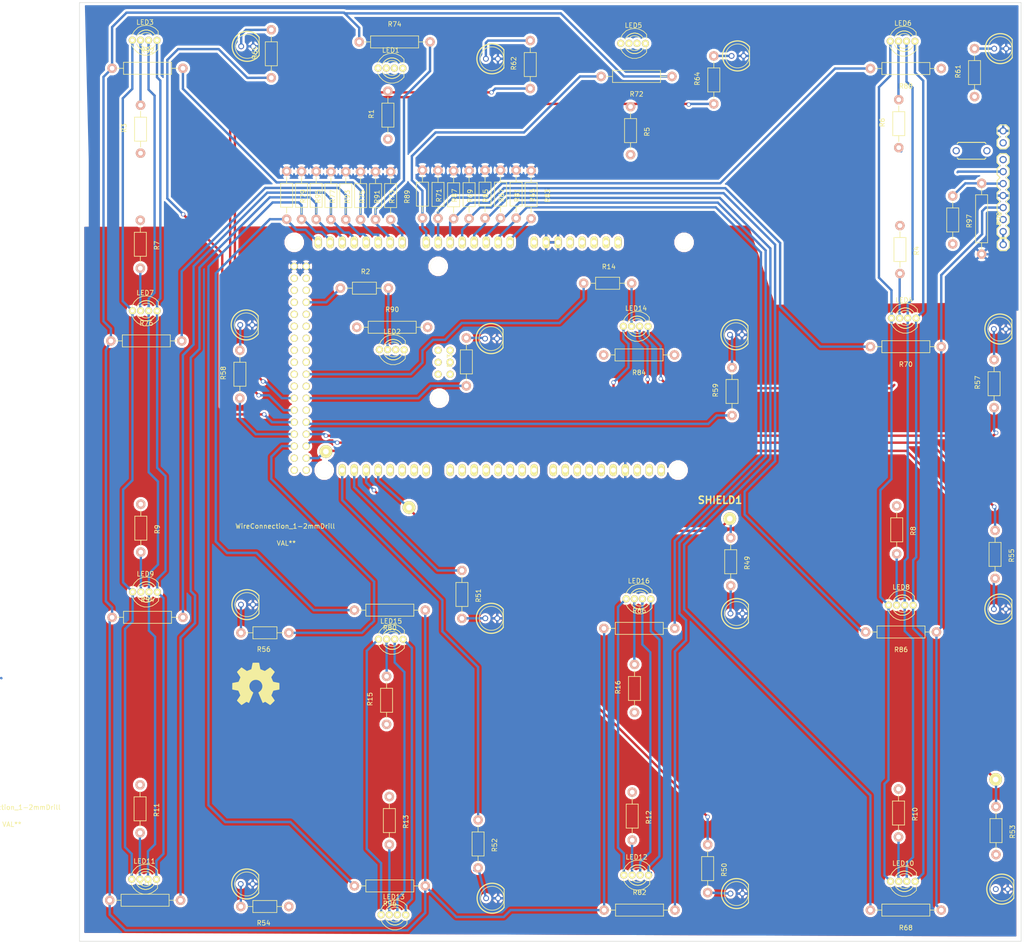
<source format=kicad_pcb>
(kicad_pcb (version 4) (host pcbnew 0.201501251816+5388~20~ubuntu14.04.1-product)
  (layers (0 F.Cu jumper hide) (31 B.Cu signal) (34 B.Paste user) (35 F.Paste user) (36 B.SilkS user) (37 F.SilkS user) (38 B.Mask user) (39 F.Mask user) (44 Edge.Cuts user))
  (net 0 "")
  (net 1 "Net-(BT1-Pad1)")
  (net 2 GND)
  (net 3 "Net-(JP1-Pad1)")
  (net 4 "Net-(JP2-Pad2)")
  (net 5 5V)
  (net 6 "Net-(JP2-Pad5)")
  (net 7 "Net-(JP2-Pad6)")
  (net 8 "Net-(JP2-Pad7)")
  (net 9 "Net-(R1-Pad1)")
  (net 10 "Net-(LED1-PadA)")
  (net 11 "Net-(R2-Pad1)")
  (net 12 "Net-(LED2-PadA)")
  (net 13 "Net-(R3-Pad1)")
  (net 14 "Net-(LED3-PadA)")
  (net 15 "Net-(R4-Pad1)")
  (net 16 "Net-(LED4-PadA)")
  (net 17 "Net-(R5-Pad1)")
  (net 18 "Net-(LED5-PadA)")
  (net 19 "Net-(R6-Pad1)")
  (net 20 "Net-(LED6-PadA)")
  (net 21 "Net-(R7-Pad1)")
  (net 22 "Net-(LED7-PadA)")
  (net 23 "Net-(R8-Pad1)")
  (net 24 "Net-(LED8-PadA)")
  (net 25 "Net-(R9-Pad1)")
  (net 26 "Net-(LED9-PadA)")
  (net 27 "Net-(R10-Pad1)")
  (net 28 "Net-(LED10-PadA)")
  (net 29 "Net-(R11-Pad1)")
  (net 30 "Net-(LED11-PadA)")
  (net 31 "Net-(R12-Pad1)")
  (net 32 "Net-(LED12-PadA)")
  (net 33 "Net-(R13-Pad1)")
  (net 34 "Net-(LED13-PadA)")
  (net 35 "Net-(R14-Pad1)")
  (net 36 "Net-(LED14-PadA)")
  (net 37 "Net-(R15-Pad1)")
  (net 38 "Net-(LED15-PadA)")
  (net 39 "Net-(R16-Pad1)")
  (net 40 "Net-(LED16-PadA)")
  (net 41 "Net-(R49-Pad1)")
  (net 42 "Net-(R50-Pad1)")
  (net 43 "Net-(R51-Pad1)")
  (net 44 "Net-(R52-Pad1)")
  (net 45 "Net-(R53-Pad1)")
  (net 46 "Net-(R54-Pad1)")
  (net 47 "Net-(R55-Pad1)")
  (net 48 "Net-(R56-Pad1)")
  (net 49 "Net-(R57-Pad1)")
  (net 50 "Net-(R58-Pad1)")
  (net 51 "Net-(R59-Pad1)")
  (net 52 "Net-(R60-Pad1)")
  (net 53 "Net-(R61-Pad1)")
  (net 54 "Net-(R62-Pad1)")
  (net 55 "Net-(R63-Pad1)")
  (net 56 "Net-(R64-Pad1)")
  (net 57 "Net-(R65-Pad2)")
  (net 58 "Net-(R67-Pad2)")
  (net 59 "Net-(R69-Pad2)")
  (net 60 "Net-(R71-Pad2)")
  (net 61 "Net-(R73-Pad2)")
  (net 62 "Net-(R75-Pad2)")
  (net 63 "Net-(R77-Pad2)")
  (net 64 "Net-(R79-Pad2)")
  (net 65 "Net-(R81-Pad2)")
  (net 66 "Net-(R83-Pad2)")
  (net 67 "Net-(R85-Pad2)")
  (net 68 "Net-(R87-Pad2)")
  (net 69 "Net-(R89-Pad2)")
  (net 70 "Net-(R91-Pad2)")
  (net 71 "Net-(R93-Pad2)")
  (net 72 "Net-(R95-Pad2)")
  (net 73 "Net-(R97-Pad2)")
  (net 74 "Net-(SHIELD1-Pad14)")
  (net 75 "Net-(SHIELD1-Pad15)")
  (net 76 "Net-(SHIELD1-Pad16)")
  (net 77 "Net-(SHIELD1-Pad17)")
  (net 78 "Net-(SHIELD1-PadV_IN)")
  (net 79 "Net-(SHIELD1-Pad3V3)")
  (net 80 "Net-(SHIELD1-PadRST)")
  (net 81 "Net-(SHIELD1-Pad0)")
  (net 82 "Net-(SHIELD1-Pad1)")
  (net 83 "Net-(SHIELD1-Pad2)")
  (net 84 "Net-(SHIELD1-Pad3)")
  (net 85 "Net-(SHIELD1-Pad4)")
  (net 86 "Net-(SHIELD1-Pad5)")
  (net 87 "Net-(SHIELD1-Pad6)")
  (net 88 "Net-(SHIELD1-Pad7)")
  (net 89 "Net-(SHIELD1-Pad8)")
  (net 90 "Net-(SHIELD1-Pad9)")
  (net 91 "Net-(SHIELD1-Pad12)")
  (net 92 "Net-(SHIELD1-Pad13)")
  (net 93 "Net-(SHIELD1-PadAREF)")
  (net 94 "Net-(SHIELD1-Pad5V_4)")
  (net 95 "Net-(SHIELD1-Pad5V_5)")
  (net 96 "Net-(SHIELD1-Pad50)")
  (net 97 "Net-(SHIELD1-Pad51)")
  (net 98 "Net-(SHIELD1-Pad52)")
  (net 99 "Net-(SHIELD1-Pad53)")
  (net 100 "Net-(SHIELD1-PadSP1)")
  (net 101 "Net-(SHIELD1-PadSP2)")
  (net 102 "Net-(SHIELD1-PadSP3)")
  (net 103 "Net-(SHIELD1-PadSP4)")
  (net 104 "Net-(SHIELD1-PadSP5)")
  (net 105 "Net-(SHIELD1-PadSP6)")
  (net 106 "Net-(SHIELD1-PadIO_R)")
  (net 107 "Net-(SHIELD1-PadNC)")
  (net 108 "Net-(SHIELD1-PadSDA)")
  (net 109 "Net-(SHIELD1-PadSCL)")
  (net 110 "Net-(D1-PadA)")
  (net 111 "Net-(D2-PadA)")
  (net 112 "Net-(D3-PadA)")
  (net 113 "Net-(D4-PadA)")
  (net 114 "Net-(D5-PadA)")
  (net 115 "Net-(D6-PadA)")
  (net 116 "Net-(D7-PadA)")
  (net 117 "Net-(D8-PadA)")
  (net 118 "Net-(D9-PadA)")
  (net 119 "Net-(D10-PadA)")
  (net 120 "Net-(D11-PadA)")
  (net 121 "Net-(D12-PadA)")
  (net 122 "Net-(D13-PadA)")
  (net 123 "Net-(D14-PadA)")
  (net 124 "Net-(D15-PadA)")
  (net 125 "Net-(D16-PadA)")
  (net 126 R)
  (net 127 G)
  (net 128 B)
  (module Wire_Connections_Bridges:WireConnection_1-2mmDrill (layer F.Cu) (at 83.2104 85.725)
    (fp_text reference WireConnection_1-2mmDrill (at -0.2286 0.2032) (layer F.SilkS))
    (fp_text value VAL** (at 0 3.81) (layer F.SilkS))
  )
  (module Freetronics:1X02 (layer F.Cu) (at 293.116 -54.864 90)
    (fp_text reference BT1)
    (fp_text value BATTERY hide)
    (pad 1 thru_hole oval (at 0 0 180) (size 1.524 1.524) (drill 1.016) (layers *.Cu *.Mask) (net 1 "Net-(BT1-Pad1)"))
    (pad 2 thru_hole oval (at 2.54 0 180) (size 1.524 1.524) (drill 1.016) (layers *.Cu *.Mask) (net 2 GND))
  )
  (module Freetronics:1X01 (layer F.Cu) (at 293.1414 -33.2994)
    (fp_text reference JP1)
    (fp_text value M01 hide)
    (pad 1 thru_hole oval (at 0 0 90) (size 1.524 1.524) (drill 1.016) (layers *.Cu *.Mask) (net 3 "Net-(JP1-Pad1)"))
  )
  (module Freetronics:1X07 (layer F.Cu) (at 293.116 -36.068 90)
    (fp_text reference JP2)
    (fp_text value M07 hide)
    (pad 1 thru_hole oval (at 0 0 180) (size 1.524 1.524) (drill 1.016) (layers *.Cu *.Mask) (net 3 "Net-(JP1-Pad1)"))
    (pad 2 thru_hole oval (at 2.54 0 180) (size 1.524 1.524) (drill 1.016) (layers *.Cu *.Mask) (net 4 "Net-(JP2-Pad2)"))
    (pad 3 thru_hole oval (at 5.08 0 180) (size 1.524 1.524) (drill 1.016) (layers *.Cu *.Mask) (net 5 5V))
    (pad 4 thru_hole oval (at 7.62 0 180) (size 1.524 1.524) (drill 1.016) (layers *.Cu *.Mask) (net 2 GND))
    (pad 5 thru_hole oval (at 10.16 0 180) (size 1.524 1.524) (drill 1.016) (layers *.Cu *.Mask) (net 6 "Net-(JP2-Pad5)"))
    (pad 6 thru_hole oval (at 12.7 0 180) (size 1.524 1.524) (drill 1.016) (layers *.Cu *.Mask) (net 7 "Net-(JP2-Pad6)"))
    (pad 7 thru_hole oval (at 15.24 0 180) (size 1.524 1.524) (drill 1.016) (layers *.Cu *.Mask) (net 8 "Net-(JP2-Pad7)"))
  )
  (module Resistors_ThroughHole:Resistor_Horizontal_RM15mm (layer F.Cu) (at 288.5694 -38.7858 270)
    (fp_text reference R98 (at 0 -3.74904 270) (layer F.SilkS))
    (fp_text value R hide)
    (pad 1 thru_hole circle (at -7.5 0 270) (size 1.99898 1.99898) (drill 1.00076) (layers *.Cu *.SilkS *.Mask) (net 6 "Net-(JP2-Pad5)"))
    (pad 2 thru_hole circle (at 7.5 0 270) (size 1.99898 1.99898) (drill 1.00076) (layers *.Cu *.SilkS *.Mask) (net 2 GND))
  )
  (module Freetronics:ARDUINO_MEGA_SHIELD (layer F.Cu) (at 239.522 -36.322 180)
    (fp_text reference SHIELD1 (at 6.35 -57.15 180) (layer F.SilkS) (effects (font (thickness 0.3048))))
    (fp_text value ARDUINO_MEGA_SHIELD hide)
    (pad 14 thru_hole oval (at 68.58 -50.8 270) (size 2.54 1.524) (drill 1.016) (layers *.Cu *.Mask F.SilkS) (net 74 "Net-(SHIELD1-Pad14)"))
    (pad 15 thru_hole oval (at 71.12 -50.8 270) (size 2.54 1.524) (drill 1.016) (layers *.Cu *.Mask F.SilkS) (net 75 "Net-(SHIELD1-Pad15)"))
    (pad 16 thru_hole oval (at 73.66 -50.8 270) (size 2.54 1.524) (drill 1.016) (layers *.Cu *.Mask F.SilkS) (net 76 "Net-(SHIELD1-Pad16)"))
    (pad 17 thru_hole oval (at 76.2 -50.8 270) (size 2.54 1.524) (drill 1.016) (layers *.Cu *.Mask F.SilkS) (net 77 "Net-(SHIELD1-Pad17)"))
    (pad 18 thru_hole oval (at 78.74 -50.8 270) (size 2.54 1.524) (drill 1.016) (layers *.Cu *.Mask F.SilkS) (net 41 "Net-(R49-Pad1)"))
    (pad 19 thru_hole oval (at 81.28 -50.8 270) (size 2.54 1.524) (drill 1.016) (layers *.Cu *.Mask F.SilkS) (net 42 "Net-(R50-Pad1)"))
    (pad 20 thru_hole oval (at 83.82 -50.8 270) (size 2.54 1.524) (drill 1.016) (layers *.Cu *.Mask F.SilkS) (net 43 "Net-(R51-Pad1)"))
    (pad 21 thru_hole oval (at 86.36 -50.8 270) (size 2.54 1.524) (drill 1.016) (layers *.Cu *.Mask F.SilkS) (net 44 "Net-(R52-Pad1)"))
    (pad AD15 thru_hole oval (at 91.44 -2.54 270) (size 2.54 1.524) (drill 1.016) (layers *.Cu *.Mask F.SilkS) (net 64 "Net-(R79-Pad2)"))
    (pad AD14 thru_hole oval (at 88.9 -2.54 270) (size 2.54 1.524) (drill 1.016) (layers *.Cu *.Mask F.SilkS) (net 72 "Net-(R95-Pad2)"))
    (pad AD13 thru_hole oval (at 86.36 -2.54 270) (size 2.54 1.524) (drill 1.016) (layers *.Cu *.Mask F.SilkS) (net 63 "Net-(R77-Pad2)"))
    (pad AD12 thru_hole oval (at 83.82 -2.54 270) (size 2.54 1.524) (drill 1.016) (layers *.Cu *.Mask F.SilkS) (net 71 "Net-(R93-Pad2)"))
    (pad AD8 thru_hole oval (at 73.66 -2.54 270) (size 2.54 1.524) (drill 1.016) (layers *.Cu *.Mask F.SilkS) (net 69 "Net-(R89-Pad2)"))
    (pad AD7 thru_hole oval (at 68.58 -2.54 270) (size 2.54 1.524) (drill 1.016) (layers *.Cu *.Mask F.SilkS) (net 60 "Net-(R71-Pad2)"))
    (pad AD6 thru_hole oval (at 66.04 -2.54 270) (size 2.54 1.524) (drill 1.016) (layers *.Cu *.Mask F.SilkS) (net 68 "Net-(R87-Pad2)"))
    (pad AD9 thru_hole oval (at 76.2 -2.54 270) (size 2.54 1.524) (drill 1.016) (layers *.Cu *.Mask F.SilkS) (net 61 "Net-(R73-Pad2)"))
    (pad AD10 thru_hole oval (at 78.74 -2.54 270) (size 2.54 1.524) (drill 1.016) (layers *.Cu *.Mask F.SilkS) (net 70 "Net-(R91-Pad2)"))
    (pad AD11 thru_hole oval (at 81.28 -2.54 270) (size 2.54 1.524) (drill 1.016) (layers *.Cu *.Mask F.SilkS) (net 62 "Net-(R75-Pad2)"))
    (pad AD5 thru_hole oval (at 63.5 -2.54 270) (size 2.54 1.524) (drill 1.016) (layers *.Cu *.Mask F.SilkS) (net 59 "Net-(R69-Pad2)"))
    (pad AD4 thru_hole oval (at 60.96 -2.54 270) (size 2.54 1.524) (drill 1.016) (layers *.Cu *.Mask F.SilkS) (net 67 "Net-(R85-Pad2)"))
    (pad AD3 thru_hole oval (at 58.42 -2.54 270) (size 2.54 1.524) (drill 1.016) (layers *.Cu *.Mask F.SilkS) (net 58 "Net-(R67-Pad2)"))
    (pad AD0 thru_hole oval (at 50.8 -2.54 270) (size 2.54 1.524) (drill 1.016) (layers *.Cu *.Mask F.SilkS) (net 66 "Net-(R83-Pad2)"))
    (pad AD1 thru_hole oval (at 53.34 -2.54 270) (size 2.54 1.524) (drill 1.016) (layers *.Cu *.Mask F.SilkS) (net 57 "Net-(R65-Pad2)"))
    (pad AD2 thru_hole oval (at 55.88 -2.54 270) (size 2.54 1.524) (drill 1.016) (layers *.Cu *.Mask F.SilkS) (net 65 "Net-(R81-Pad2)"))
    (pad V_IN thru_hole oval (at 45.72 -2.54 270) (size 2.54 1.524) (drill 1.016) (layers *.Cu *.Mask F.SilkS) (net 78 "Net-(SHIELD1-PadV_IN)"))
    (pad GND2 thru_hole oval (at 43.18 -2.54 270) (size 2.54 1.524) (drill 1.016) (layers *.Cu *.Mask F.SilkS) (net 2 GND))
    (pad GND1 thru_hole oval (at 40.64 -2.54 270) (size 2.54 1.524) (drill 1.016) (layers *.Cu *.Mask F.SilkS) (net 2 GND))
    (pad 3V3 thru_hole oval (at 35.56 -2.54 270) (size 2.54 1.524) (drill 1.016) (layers *.Cu *.Mask F.SilkS) (net 79 "Net-(SHIELD1-Pad3V3)"))
    (pad RST thru_hole oval (at 33.02 -2.54 270) (size 2.54 1.524) (drill 1.016) (layers *.Cu *.Mask F.SilkS) (net 80 "Net-(SHIELD1-PadRST)"))
    (pad 0 thru_hole oval (at 63.5 -50.8 270) (size 2.54 1.524) (drill 1.016) (layers *.Cu *.Mask F.SilkS) (net 81 "Net-(SHIELD1-Pad0)"))
    (pad 1 thru_hole oval (at 60.96 -50.8 270) (size 2.54 1.524) (drill 1.016) (layers *.Cu *.Mask F.SilkS) (net 82 "Net-(SHIELD1-Pad1)"))
    (pad 2 thru_hole oval (at 58.42 -50.8 270) (size 2.54 1.524) (drill 1.016) (layers *.Cu *.Mask F.SilkS) (net 83 "Net-(SHIELD1-Pad2)"))
    (pad 3 thru_hole oval (at 55.88 -50.8 270) (size 2.54 1.524) (drill 1.016) (layers *.Cu *.Mask F.SilkS) (net 84 "Net-(SHIELD1-Pad3)"))
    (pad 4 thru_hole oval (at 53.34 -50.8 270) (size 2.54 1.524) (drill 1.016) (layers *.Cu *.Mask F.SilkS) (net 85 "Net-(SHIELD1-Pad4)"))
    (pad 5 thru_hole oval (at 50.8 -50.8 270) (size 2.54 1.524) (drill 1.016) (layers *.Cu *.Mask F.SilkS) (net 86 "Net-(SHIELD1-Pad5)"))
    (pad 6 thru_hole oval (at 48.26 -50.8 270) (size 2.54 1.524) (drill 1.016) (layers *.Cu *.Mask F.SilkS) (net 87 "Net-(SHIELD1-Pad6)"))
    (pad 7 thru_hole oval (at 45.72 -50.8 270) (size 2.54 1.524) (drill 1.016) (layers *.Cu *.Mask F.SilkS) (net 88 "Net-(SHIELD1-Pad7)"))
    (pad 8 thru_hole oval (at 41.656 -50.8 270) (size 2.54 1.524) (drill 1.016) (layers *.Cu *.Mask F.SilkS) (net 89 "Net-(SHIELD1-Pad8)"))
    (pad 9 thru_hole oval (at 39.116 -50.8 270) (size 2.54 1.524) (drill 1.016) (layers *.Cu *.Mask F.SilkS) (net 90 "Net-(SHIELD1-Pad9)"))
    (pad 10 thru_hole oval (at 36.576 -50.8 270) (size 2.54 1.524) (drill 1.016) (layers *.Cu *.Mask F.SilkS) (net 7 "Net-(JP2-Pad6)"))
    (pad 11 thru_hole oval (at 34.036 -50.8 270) (size 2.54 1.524) (drill 1.016) (layers *.Cu *.Mask F.SilkS) (net 73 "Net-(R97-Pad2)"))
    (pad 12 thru_hole oval (at 31.496 -50.8 270) (size 2.54 1.524) (drill 1.016) (layers *.Cu *.Mask F.SilkS) (net 91 "Net-(SHIELD1-Pad12)"))
    (pad 13 thru_hole oval (at 28.956 -50.8 270) (size 2.54 1.524) (drill 1.016) (layers *.Cu *.Mask F.SilkS) (net 92 "Net-(SHIELD1-Pad13)"))
    (pad GND3 thru_hole oval (at 26.416 -50.8 270) (size 2.54 1.524) (drill 1.016) (layers *.Cu *.Mask F.SilkS) (net 2 GND))
    (pad AREF thru_hole oval (at 23.876 -50.8 270) (size 2.54 1.524) (drill 1.016) (layers *.Cu *.Mask F.SilkS) (net 93 "Net-(SHIELD1-PadAREF)"))
    (pad 5V thru_hole oval (at 38.1 -2.54 270) (size 2.54 1.524) (drill 1.016) (layers *.Cu *.Mask F.SilkS) (net 5 5V))
    (pad "" np_thru_hole circle (at 96.52 -2.54 270) (size 3.175 3.175) (drill 3.175) (layers *.Cu *.Mask F.SilkS))
    (pad "" np_thru_hole circle (at 90.17 -50.8 270) (size 3.175 3.175) (drill 3.175) (layers *.Cu *.Mask F.SilkS))
    (pad "" np_thru_hole circle (at 15.24 -50.8 270) (size 3.175 3.175) (drill 3.175) (layers *.Cu *.Mask F.SilkS))
    (pad "" np_thru_hole circle (at 13.97 -2.54 270) (size 3.175 3.175) (drill 3.175) (layers *.Cu *.Mask F.SilkS))
    (pad 22 thru_hole circle (at 93.98 -48.26 180) (size 1.524 1.524) (drill 1.016) (layers *.Cu *.Mask F.SilkS) (net 45 "Net-(R53-Pad1)"))
    (pad 23 thru_hole circle (at 96.52 -48.26 180) (size 1.524 1.524) (drill 1.016) (layers *.Cu *.Mask F.SilkS) (net 46 "Net-(R54-Pad1)"))
    (pad 24 thru_hole circle (at 93.98 -45.72 180) (size 1.524 1.524) (drill 1.016) (layers *.Cu *.Mask F.SilkS) (net 47 "Net-(R55-Pad1)"))
    (pad 25 thru_hole circle (at 96.52 -45.72 180) (size 1.524 1.524) (drill 1.016) (layers *.Cu *.Mask F.SilkS) (net 48 "Net-(R56-Pad1)"))
    (pad 26 thru_hole circle (at 93.98 -43.18 180) (size 1.524 1.524) (drill 1.016) (layers *.Cu *.Mask F.SilkS) (net 49 "Net-(R57-Pad1)"))
    (pad 27 thru_hole circle (at 96.52 -43.18 180) (size 1.524 1.524) (drill 1.016) (layers *.Cu *.Mask F.SilkS) (net 50 "Net-(R58-Pad1)"))
    (pad 28 thru_hole circle (at 93.98 -40.64 180) (size 1.524 1.524) (drill 1.016) (layers *.Cu *.Mask F.SilkS) (net 51 "Net-(R59-Pad1)"))
    (pad 29 thru_hole circle (at 96.52 -40.64 180) (size 1.524 1.524) (drill 1.016) (layers *.Cu *.Mask F.SilkS) (net 52 "Net-(R60-Pad1)"))
    (pad 5V_4 thru_hole circle (at 93.98 -50.8 180) (size 1.524 1.524) (drill 1.016) (layers *.Cu *.Mask F.SilkS) (net 94 "Net-(SHIELD1-Pad5V_4)"))
    (pad 5V_5 thru_hole circle (at 96.52 -50.8 180) (size 1.524 1.524) (drill 1.016) (layers *.Cu *.Mask F.SilkS) (net 95 "Net-(SHIELD1-Pad5V_5)"))
    (pad 31 thru_hole circle (at 96.52 -38.1 180) (size 1.524 1.524) (drill 1.016) (layers *.Cu *.Mask F.SilkS) (net 54 "Net-(R62-Pad1)"))
    (pad 30 thru_hole circle (at 93.98 -38.1 180) (size 1.524 1.524) (drill 1.016) (layers *.Cu *.Mask F.SilkS) (net 53 "Net-(R61-Pad1)"))
    (pad 32 thru_hole circle (at 93.98 -35.56 180) (size 1.524 1.524) (drill 1.016) (layers *.Cu *.Mask F.SilkS) (net 55 "Net-(R63-Pad1)"))
    (pad 33 thru_hole circle (at 96.52 -35.56 180) (size 1.524 1.524) (drill 1.016) (layers *.Cu *.Mask F.SilkS) (net 56 "Net-(R64-Pad1)"))
    (pad 34 thru_hole circle (at 93.98 -33.02 180) (size 1.524 1.524) (drill 1.016) (layers *.Cu *.Mask F.SilkS) (net 39 "Net-(R16-Pad1)"))
    (pad 35 thru_hole circle (at 96.52 -33.02 180) (size 1.524 1.524) (drill 1.016) (layers *.Cu *.Mask F.SilkS) (net 37 "Net-(R15-Pad1)"))
    (pad 36 thru_hole circle (at 93.98 -30.48 180) (size 1.524 1.524) (drill 1.016) (layers *.Cu *.Mask F.SilkS) (net 35 "Net-(R14-Pad1)"))
    (pad 37 thru_hole circle (at 96.52 -30.48 180) (size 1.524 1.524) (drill 1.016) (layers *.Cu *.Mask F.SilkS) (net 33 "Net-(R13-Pad1)"))
    (pad 38 thru_hole circle (at 93.98 -27.94 180) (size 1.524 1.524) (drill 1.016) (layers *.Cu *.Mask F.SilkS) (net 31 "Net-(R12-Pad1)"))
    (pad 39 thru_hole circle (at 96.52 -27.94 180) (size 1.524 1.524) (drill 1.016) (layers *.Cu *.Mask F.SilkS) (net 29 "Net-(R11-Pad1)"))
    (pad 40 thru_hole circle (at 93.98 -25.4 180) (size 1.524 1.524) (drill 1.016) (layers *.Cu *.Mask F.SilkS) (net 27 "Net-(R10-Pad1)"))
    (pad 41 thru_hole circle (at 96.52 -25.4 180) (size 1.524 1.524) (drill 1.016) (layers *.Cu *.Mask F.SilkS) (net 25 "Net-(R9-Pad1)"))
    (pad 42 thru_hole circle (at 93.98 -22.86 180) (size 1.524 1.524) (drill 1.016) (layers *.Cu *.Mask F.SilkS) (net 23 "Net-(R8-Pad1)"))
    (pad 43 thru_hole circle (at 96.52 -22.86 180) (size 1.524 1.524) (drill 1.016) (layers *.Cu *.Mask F.SilkS) (net 21 "Net-(R7-Pad1)"))
    (pad 44 thru_hole circle (at 93.98 -20.32 180) (size 1.524 1.524) (drill 1.016) (layers *.Cu *.Mask F.SilkS) (net 19 "Net-(R6-Pad1)"))
    (pad 45 thru_hole circle (at 96.52 -20.32 180) (size 1.524 1.524) (drill 1.016) (layers *.Cu *.Mask F.SilkS) (net 17 "Net-(R5-Pad1)"))
    (pad 46 thru_hole circle (at 93.98 -17.78 180) (size 1.524 1.524) (drill 1.016) (layers *.Cu *.Mask F.SilkS) (net 15 "Net-(R4-Pad1)"))
    (pad 47 thru_hole circle (at 96.52 -17.78 180) (size 1.524 1.524) (drill 1.016) (layers *.Cu *.Mask F.SilkS) (net 13 "Net-(R3-Pad1)"))
    (pad 48 thru_hole circle (at 93.98 -15.24 180) (size 1.524 1.524) (drill 1.016) (layers *.Cu *.Mask F.SilkS) (net 11 "Net-(R2-Pad1)"))
    (pad 49 thru_hole circle (at 96.52 -15.24 180) (size 1.524 1.524) (drill 1.016) (layers *.Cu *.Mask F.SilkS) (net 9 "Net-(R1-Pad1)"))
    (pad 50 thru_hole circle (at 93.98 -12.7 180) (size 1.524 1.524) (drill 1.016) (layers *.Cu *.Mask F.SilkS) (net 96 "Net-(SHIELD1-Pad50)"))
    (pad 51 thru_hole circle (at 96.52 -12.7 180) (size 1.524 1.524) (drill 1.016) (layers *.Cu *.Mask F.SilkS) (net 97 "Net-(SHIELD1-Pad51)"))
    (pad 52 thru_hole circle (at 93.98 -10.16 180) (size 1.524 1.524) (drill 1.016) (layers *.Cu *.Mask F.SilkS) (net 98 "Net-(SHIELD1-Pad52)"))
    (pad 53 thru_hole circle (at 96.52 -10.16 180) (size 1.524 1.524) (drill 1.016) (layers *.Cu *.Mask F.SilkS) (net 99 "Net-(SHIELD1-Pad53)"))
    (pad GND4 thru_hole circle (at 93.98 -7.62 180) (size 1.524 1.524) (drill 1.016) (layers *.Cu *.Mask F.SilkS) (net 2 GND))
    (pad GND5 thru_hole circle (at 96.52 -7.62 180) (size 1.524 1.524) (drill 1.016) (layers *.Cu *.Mask F.SilkS) (net 2 GND))
    (pad SP1 thru_hole circle (at 63.5 -30.48 180) (size 1.524 1.524) (drill 0.8128) (layers *.Cu *.Mask F.SilkS) (net 100 "Net-(SHIELD1-PadSP1)"))
    (pad SP2 thru_hole circle (at 66.04 -30.48 180) (size 1.524 1.524) (drill 0.8128) (layers *.Cu *.Mask F.SilkS) (net 101 "Net-(SHIELD1-PadSP2)"))
    (pad SP3 thru_hole circle (at 63.5 -27.94 180) (size 1.524 1.524) (drill 0.8128) (layers *.Cu *.Mask F.SilkS) (net 102 "Net-(SHIELD1-PadSP3)"))
    (pad SP4 thru_hole circle (at 66.04 -27.94 180) (size 1.524 1.524) (drill 0.8128) (layers *.Cu *.Mask F.SilkS) (net 103 "Net-(SHIELD1-PadSP4)"))
    (pad SP5 thru_hole circle (at 63.5 -25.4 180) (size 1.524 1.524) (drill 0.8128) (layers *.Cu *.Mask F.SilkS) (net 104 "Net-(SHIELD1-PadSP5)"))
    (pad SP6 thru_hole circle (at 66.04 -25.4 180) (size 1.524 1.524) (drill 0.8128) (layers *.Cu *.Mask F.SilkS) (net 105 "Net-(SHIELD1-PadSP6)"))
    (pad "" np_thru_hole circle (at 65.786 -35.56 180) (size 3.175 3.175) (drill 3.175) (layers *.Cu *.Mask F.SilkS))
    (pad "" np_thru_hole circle (at 66.04 -7.62 180) (size 3.175 3.175) (drill 3.175) (layers *.Cu *.Mask F.SilkS))
    (pad IO_R thru_hole oval (at 30.48 -2.54 270) (size 2.54 1.524) (drill 1.016) (layers *.Cu *.Mask F.SilkS) (net 106 "Net-(SHIELD1-PadIO_R)"))
    (pad NC thru_hole oval (at 27.94 -2.54 270) (size 2.54 1.524) (drill 1.016) (layers *.Cu *.Mask F.SilkS) (net 107 "Net-(SHIELD1-PadNC)"))
    (pad SDA thru_hole oval (at 21.336 -50.8 270) (size 2.54 1.524) (drill 1.016) (layers *.Cu *.Mask F.SilkS) (net 108 "Net-(SHIELD1-PadSDA)"))
    (pad SCL thru_hole oval (at 18.796 -50.8 270) (size 2.54 1.524) (drill 1.016) (layers *.Cu *.Mask F.SilkS) (net 109 "Net-(SHIELD1-PadSCL)"))
  )
  (module Freetronics:LED-5MM (layer F.Cu) (at 236.6518 44.8564)
    (fp_text reference D1)
    (fp_text value LED hide)
    (pad A thru_hole oval (at -1.27 0) (size 1.2192 1.2192) (drill 0.8128) (layers *.Cu *.Mask) (net 110 "Net-(D1-PadA)"))
    (pad K thru_hole oval (at 1.27 0) (size 1.2192 1.2192) (drill 0.8128) (layers *.Cu *.Mask) (net 2 GND))
  )
  (module Freetronics:LED-5MM (layer F.Cu) (at 236.6518 104.1908)
    (fp_text reference D2)
    (fp_text value LED hide)
    (pad A thru_hole oval (at -1.27 0) (size 1.2192 1.2192) (drill 0.8128) (layers *.Cu *.Mask) (net 111 "Net-(D2-PadA)"))
    (pad K thru_hole oval (at 1.27 0) (size 1.2192 1.2192) (drill 0.8128) (layers *.Cu *.Mask) (net 2 GND))
  )
  (module Freetronics:LED-5MM (layer F.Cu) (at 184.7342 45.8724)
    (fp_text reference D3)
    (fp_text value LED hide)
    (pad A thru_hole oval (at -1.27 0) (size 1.2192 1.2192) (drill 0.8128) (layers *.Cu *.Mask) (net 112 "Net-(D3-PadA)"))
    (pad K thru_hole oval (at 1.27 0) (size 1.2192 1.2192) (drill 0.8128) (layers *.Cu *.Mask) (net 2 GND))
  )
  (module Freetronics:LED-5MM (layer F.Cu) (at 184.912 105.1814)
    (fp_text reference D4)
    (fp_text value LED hide)
    (pad A thru_hole oval (at -1.27 0) (size 1.2192 1.2192) (drill 0.8128) (layers *.Cu *.Mask) (net 113 "Net-(D4-PadA)"))
    (pad K thru_hole oval (at 1.27 0) (size 1.2192 1.2192) (drill 0.8128) (layers *.Cu *.Mask) (net 2 GND))
  )
  (module Freetronics:LED-5MM (layer F.Cu) (at 292.8366 103.251)
    (fp_text reference D5)
    (fp_text value LED hide)
    (pad A thru_hole oval (at -1.27 0) (size 1.2192 1.2192) (drill 0.8128) (layers *.Cu *.Mask) (net 114 "Net-(D5-PadA)"))
    (pad K thru_hole oval (at 1.27 0) (size 1.2192 1.2192) (drill 0.8128) (layers *.Cu *.Mask) (net 2 GND))
  )
  (module Freetronics:LED-5MM (layer F.Cu) (at 132.9436 102.1588)
    (fp_text reference D6)
    (fp_text value LED hide)
    (pad A thru_hole oval (at -1.27 0) (size 1.2192 1.2192) (drill 0.8128) (layers *.Cu *.Mask) (net 115 "Net-(D6-PadA)"))
    (pad K thru_hole oval (at 1.27 0) (size 1.2192 1.2192) (drill 0.8128) (layers *.Cu *.Mask) (net 2 GND))
  )
  (module Freetronics:LED-5MM (layer F.Cu) (at 292.4302 43.9166)
    (fp_text reference D7)
    (fp_text value LED hide)
    (pad A thru_hole oval (at -1.27 0) (size 1.2192 1.2192) (drill 0.8128) (layers *.Cu *.Mask) (net 116 "Net-(D7-PadA)"))
    (pad K thru_hole oval (at 1.27 0) (size 1.2192 1.2192) (drill 0.8128) (layers *.Cu *.Mask) (net 2 GND))
  )
  (module Freetronics:LED-5MM (layer F.Cu) (at 132.9944 42.9768)
    (fp_text reference D8)
    (fp_text value LED hide)
    (pad A thru_hole oval (at -1.27 0) (size 1.2192 1.2192) (drill 0.8128) (layers *.Cu *.Mask) (net 117 "Net-(D8-PadA)"))
    (pad K thru_hole oval (at 1.27 0) (size 1.2192 1.2192) (drill 0.8128) (layers *.Cu *.Mask) (net 2 GND))
  )
  (module Freetronics:LED-5MM (layer F.Cu) (at 292.4302 -15.4178)
    (fp_text reference D9)
    (fp_text value LED hide)
    (pad A thru_hole oval (at -1.27 0) (size 1.2192 1.2192) (drill 0.8128) (layers *.Cu *.Mask) (net 118 "Net-(D9-PadA)"))
    (pad K thru_hole oval (at 1.27 0) (size 1.2192 1.2192) (drill 0.8128) (layers *.Cu *.Mask) (net 2 GND))
  )
  (module Freetronics:LED-5MM (layer F.Cu) (at 132.842 -16.2814)
    (fp_text reference D10)
    (fp_text value LED hide)
    (pad A thru_hole oval (at -1.27 0) (size 1.2192 1.2192) (drill 0.8128) (layers *.Cu *.Mask) (net 119 "Net-(D10-PadA)"))
    (pad K thru_hole oval (at 1.27 0) (size 1.2192 1.2192) (drill 0.8128) (layers *.Cu *.Mask) (net 2 GND))
  )
  (module Freetronics:LED-5MM (layer F.Cu) (at 236.5502 -14.1986)
    (fp_text reference D11)
    (fp_text value LED hide)
    (pad A thru_hole oval (at -1.27 0) (size 1.2192 1.2192) (drill 0.8128) (layers *.Cu *.Mask) (net 120 "Net-(D11-PadA)"))
    (pad K thru_hole oval (at 1.27 0) (size 1.2192 1.2192) (drill 0.8128) (layers *.Cu *.Mask) (net 2 GND))
  )
  (module Freetronics:LED-5MM (layer F.Cu) (at 133.0452 -75.311)
    (fp_text reference D12)
    (fp_text value LED hide)
    (pad A thru_hole oval (at -1.27 0) (size 1.2192 1.2192) (drill 0.8128) (layers *.Cu *.Mask) (net 121 "Net-(D12-PadA)"))
    (pad K thru_hole oval (at 1.27 0) (size 1.2192 1.2192) (drill 0.8128) (layers *.Cu *.Mask) (net 2 GND))
  )
  (module Freetronics:LED-5MM (layer F.Cu) (at 292.5064 -74.8284)
    (fp_text reference D13)
    (fp_text value LED hide)
    (pad A thru_hole oval (at -1.27 0) (size 1.2192 1.2192) (drill 0.8128) (layers *.Cu *.Mask) (net 122 "Net-(D13-PadA)"))
    (pad K thru_hole oval (at 1.27 0) (size 1.2192 1.2192) (drill 0.8128) (layers *.Cu *.Mask) (net 2 GND))
  )
  (module Freetronics:LED-5MM (layer F.Cu) (at 184.8612 -72.6694)
    (fp_text reference D14)
    (fp_text value LED hide)
    (pad A thru_hole oval (at -1.27 0) (size 1.2192 1.2192) (drill 0.8128) (layers *.Cu *.Mask) (net 123 "Net-(D14-PadA)"))
    (pad K thru_hole oval (at 1.27 0) (size 1.2192 1.2192) (drill 0.8128) (layers *.Cu *.Mask) (net 2 GND))
  )
  (module Freetronics:LED-5MM (layer F.Cu) (at 184.6834 -13.3858)
    (fp_text reference D15)
    (fp_text value LED hide)
    (pad A thru_hole oval (at -1.27 0) (size 1.2192 1.2192) (drill 0.8128) (layers *.Cu *.Mask) (net 124 "Net-(D15-PadA)"))
    (pad K thru_hole oval (at 1.27 0) (size 1.2192 1.2192) (drill 0.8128) (layers *.Cu *.Mask) (net 2 GND))
  )
  (module Freetronics:LED-5MM (layer F.Cu) (at 236.8804 -73.279)
    (fp_text reference D16)
    (fp_text value LED hide)
    (pad A thru_hole oval (at -1.27 0) (size 1.2192 1.2192) (drill 0.8128) (layers *.Cu *.Mask) (net 125 "Net-(D16-PadA)"))
    (pad K thru_hole oval (at 1.27 0) (size 1.2192 1.2192) (drill 0.8128) (layers *.Cu *.Mask) (net 2 GND))
  )
  (module Resistors_ThroughHole:Resistor_Horizontal_RM15mm (layer F.Cu) (at 216.0778 48.006)
    (fp_text reference R66 (at 0 -3.74904) (layer F.SilkS))
    (fp_text value RES_PHOTO_LDR hide)
    (pad 1 thru_hole circle (at -7.5 0) (size 1.99898 1.99898) (drill 1.00076) (layers *.Cu *.SilkS *.Mask) (net 5 5V))
    (pad 2 thru_hole circle (at 7.5 0) (size 1.99898 1.99898) (drill 1.00076) (layers *.Cu *.SilkS *.Mask) (net 57 "Net-(R65-Pad2)"))
  )
  (module Resistors_ThroughHole:Resistor_Horizontal_RM15mm (layer F.Cu) (at 272.5166 107.696 180)
    (fp_text reference R68 (at 0 -3.74904 180) (layer F.SilkS))
    (fp_text value RES_PHOTO_LDR hide)
    (pad 1 thru_hole circle (at -7.5 0 180) (size 1.99898 1.99898) (drill 1.00076) (layers *.Cu *.SilkS *.Mask) (net 5 5V))
    (pad 2 thru_hole circle (at 7.5 0 180) (size 1.99898 1.99898) (drill 1.00076) (layers *.Cu *.SilkS *.Mask) (net 58 "Net-(R67-Pad2)"))
  )
  (module Resistors_ThroughHole:Resistor_Horizontal_RM15mm (layer F.Cu) (at 272.5166 -11.684 180)
    (fp_text reference R70 (at 0 -3.74904 180) (layer F.SilkS))
    (fp_text value RES_PHOTO_LDR hide)
    (pad 1 thru_hole circle (at -7.5 0 180) (size 1.99898 1.99898) (drill 1.00076) (layers *.Cu *.SilkS *.Mask) (net 5 5V))
    (pad 2 thru_hole circle (at 7.5 0 180) (size 1.99898 1.99898) (drill 1.00076) (layers *.Cu *.SilkS *.Mask) (net 59 "Net-(R69-Pad2)"))
  )
  (module Resistors_ThroughHole:Resistor_Horizontal_RM15mm (layer F.Cu) (at 215.4936 -68.9356 180)
    (fp_text reference R72 (at 0 -3.74904 180) (layer F.SilkS))
    (fp_text value RES_PHOTO_LDR hide)
    (pad 1 thru_hole circle (at -7.5 0 180) (size 1.99898 1.99898) (drill 1.00076) (layers *.Cu *.SilkS *.Mask) (net 5 5V))
    (pad 2 thru_hole circle (at 7.5 0 180) (size 1.99898 1.99898) (drill 1.00076) (layers *.Cu *.SilkS *.Mask) (net 60 "Net-(R71-Pad2)"))
  )
  (module Resistors_ThroughHole:Resistor_Horizontal_RM15mm (layer F.Cu) (at 164.2618 -76.2508)
    (fp_text reference R74 (at 0 -3.74904) (layer F.SilkS))
    (fp_text value RES_PHOTO_LDR hide)
    (pad 1 thru_hole circle (at -7.5 0) (size 1.99898 1.99898) (drill 1.00076) (layers *.Cu *.SilkS *.Mask) (net 5 5V))
    (pad 2 thru_hole circle (at 7.5 0) (size 1.99898 1.99898) (drill 1.00076) (layers *.Cu *.SilkS *.Mask) (net 61 "Net-(R73-Pad2)"))
  )
  (module Resistors_ThroughHole:Resistor_Horizontal_RM15mm (layer F.Cu) (at 111.6838 -12.9032)
    (fp_text reference R76 (at 0 -3.74904) (layer F.SilkS))
    (fp_text value RES_PHOTO_LDR hide)
    (pad 1 thru_hole circle (at -7.5 0) (size 1.99898 1.99898) (drill 1.00076) (layers *.Cu *.SilkS *.Mask) (net 5 5V))
    (pad 2 thru_hole circle (at 7.5 0) (size 1.99898 1.99898) (drill 1.00076) (layers *.Cu *.SilkS *.Mask) (net 62 "Net-(R75-Pad2)"))
  )
  (module Resistors_ThroughHole:Resistor_Horizontal_RM15mm (layer F.Cu) (at 111.4298 105.6132)
    (fp_text reference R78 (at 0 -3.74904) (layer F.SilkS))
    (fp_text value RES_PHOTO_LDR hide)
    (pad 1 thru_hole circle (at -7.5 0) (size 1.99898 1.99898) (drill 1.00076) (layers *.Cu *.SilkS *.Mask) (net 5 5V))
    (pad 2 thru_hole circle (at 7.5 0) (size 1.99898 1.99898) (drill 1.00076) (layers *.Cu *.SilkS *.Mask) (net 63 "Net-(R77-Pad2)"))
  )
  (module Resistors_ThroughHole:Resistor_Horizontal_RM15mm (layer F.Cu) (at 163.2458 44.1452 180)
    (fp_text reference R80 (at 0 -3.74904 180) (layer F.SilkS))
    (fp_text value RES_PHOTO_LDR hide)
    (pad 1 thru_hole circle (at -7.5 0 180) (size 1.99898 1.99898) (drill 1.00076) (layers *.Cu *.SilkS *.Mask) (net 5 5V))
    (pad 2 thru_hole circle (at 7.5 0 180) (size 1.99898 1.99898) (drill 1.00076) (layers *.Cu *.SilkS *.Mask) (net 64 "Net-(R79-Pad2)"))
  )
  (module Resistors_ThroughHole:Resistor_Horizontal_RM15mm (layer F.Cu) (at 216.1286 107.696)
    (fp_text reference R82 (at 0 -3.74904) (layer F.SilkS))
    (fp_text value RES_PHOTO_LDR hide)
    (pad 1 thru_hole circle (at -7.5 0) (size 1.99898 1.99898) (drill 1.00076) (layers *.Cu *.SilkS *.Mask) (net 5 5V))
    (pad 2 thru_hole circle (at 7.5 0) (size 1.99898 1.99898) (drill 1.00076) (layers *.Cu *.SilkS *.Mask) (net 65 "Net-(R81-Pad2)"))
  )
  (module Resistors_ThroughHole:Resistor_Horizontal_RM15mm (layer F.Cu) (at 216.027 -9.9314 180)
    (fp_text reference R84 (at 0 -3.74904 180) (layer F.SilkS))
    (fp_text value RES_PHOTO_LDR hide)
    (pad 1 thru_hole circle (at -7.5 0 180) (size 1.99898 1.99898) (drill 1.00076) (layers *.Cu *.SilkS *.Mask) (net 5 5V))
    (pad 2 thru_hole circle (at 7.5 0 180) (size 1.99898 1.99898) (drill 1.00076) (layers *.Cu *.SilkS *.Mask) (net 66 "Net-(R83-Pad2)"))
  )
  (module Resistors_ThroughHole:Resistor_Horizontal_RM15mm (layer F.Cu) (at 271.5006 48.768 180)
    (fp_text reference R86 (at 0 -3.74904 180) (layer F.SilkS))
    (fp_text value RES_PHOTO_LDR hide)
    (pad 1 thru_hole circle (at -7.5 0 180) (size 1.99898 1.99898) (drill 1.00076) (layers *.Cu *.SilkS *.Mask) (net 5 5V))
    (pad 2 thru_hole circle (at 7.5 0 180) (size 1.99898 1.99898) (drill 1.00076) (layers *.Cu *.SilkS *.Mask) (net 67 "Net-(R85-Pad2)"))
  )
  (module Resistors_ThroughHole:Resistor_Horizontal_RM15mm (layer F.Cu) (at 272.5166 -70.612 180)
    (fp_text reference R88 (at 0 -3.74904 180) (layer F.SilkS))
    (fp_text value RES_PHOTO_LDR hide)
    (pad 1 thru_hole circle (at -7.5 0 180) (size 1.99898 1.99898) (drill 1.00076) (layers *.Cu *.SilkS *.Mask) (net 5 5V))
    (pad 2 thru_hole circle (at 7.5 0 180) (size 1.99898 1.99898) (drill 1.00076) (layers *.Cu *.SilkS *.Mask) (net 68 "Net-(R87-Pad2)"))
  )
  (module Resistors_ThroughHole:Resistor_Horizontal_RM15mm (layer F.Cu) (at 163.7538 -15.7988)
    (fp_text reference R90 (at 0 -3.74904) (layer F.SilkS))
    (fp_text value RES_PHOTO_LDR hide)
    (pad 1 thru_hole circle (at -7.5 0) (size 1.99898 1.99898) (drill 1.00076) (layers *.Cu *.SilkS *.Mask) (net 5 5V))
    (pad 2 thru_hole circle (at 7.5 0) (size 1.99898 1.99898) (drill 1.00076) (layers *.Cu *.SilkS *.Mask) (net 69 "Net-(R89-Pad2)"))
  )
  (module Resistors_ThroughHole:Resistor_Horizontal_RM15mm (layer F.Cu) (at 111.9378 -70.6628)
    (fp_text reference R92 (at 0 -3.74904) (layer F.SilkS))
    (fp_text value RES_PHOTO_LDR hide)
    (pad 1 thru_hole circle (at -7.5 0) (size 1.99898 1.99898) (drill 1.00076) (layers *.Cu *.SilkS *.Mask) (net 5 5V))
    (pad 2 thru_hole circle (at 7.5 0) (size 1.99898 1.99898) (drill 1.00076) (layers *.Cu *.SilkS *.Mask) (net 70 "Net-(R91-Pad2)"))
  )
  (module Resistors_ThroughHole:Resistor_Horizontal_RM15mm (layer F.Cu) (at 111.9378 45.6692)
    (fp_text reference R94 (at 0 -3.74904) (layer F.SilkS))
    (fp_text value RES_PHOTO_LDR hide)
    (pad 1 thru_hole circle (at -7.5 0) (size 1.99898 1.99898) (drill 1.00076) (layers *.Cu *.SilkS *.Mask) (net 5 5V))
    (pad 2 thru_hole circle (at 7.5 0) (size 1.99898 1.99898) (drill 1.00076) (layers *.Cu *.SilkS *.Mask) (net 71 "Net-(R93-Pad2)"))
  )
  (module Resistors_ThroughHole:Resistor_Horizontal_RM15mm (layer F.Cu) (at 163.2458 102.5652 180)
    (fp_text reference R96 (at 0 -3.74904 180) (layer F.SilkS))
    (fp_text value RES_PHOTO_LDR hide)
    (pad 1 thru_hole circle (at -7.5 0 180) (size 1.99898 1.99898) (drill 1.00076) (layers *.Cu *.SilkS *.Mask) (net 5 5V))
    (pad 2 thru_hole circle (at 7.5 0 180) (size 1.99898 1.99898) (drill 1.00076) (layers *.Cu *.SilkS *.Mask) (net 72 "Net-(R95-Pad2)"))
  )
  (module Freetronics:SW_PUSHBUTTON_TC0122 (layer F.Cu) (at 286.4358 -53.1876)
    (fp_text reference SW1)
    (fp_text value SW_SPST hide)
    (pad 1 thru_hole circle (at -3.2512 0) (size 1.524 1.524) (drill 1.016) (layers *.Cu *.Mask) (net 78 "Net-(SHIELD1-PadV_IN)"))
    (pad 2 thru_hole circle (at 3.2512 0) (size 1.524 1.524) (drill 1.016) (layers *.Cu *.Mask) (net 1 "Net-(BT1-Pad1)"))
  )
  (module finn_kicad:LED-RGB-comA-5MM (layer F.Cu) (at 163.449 -70.6882)
    (fp_text reference LED1 (at 0 -3.81) (layer F.SilkS))
    (fp_text value LED_RGB_COM_A hide)
    (pad KR thru_hole circle (at -2.68224 -0.00508) (size 1.524 1.524) (drill 0.762) (layers *.Cu *.Mask F.SilkS) (net 126 R))
    (pad A thru_hole circle (at -0.94996 -0.00508) (size 1.524 1.524) (drill 0.762) (layers *.Cu *.Mask F.SilkS) (net 10 "Net-(LED1-PadA)"))
    (pad KG thru_hole circle (at 0.75438 -0.00508) (size 1.524 1.524) (drill 0.762) (layers *.Cu *.Mask F.SilkS) (net 127 G))
    (pad KB thru_hole circle (at 2.54254 0.02286) (size 1.524 1.524) (drill 0.762) (layers *.Cu *.Mask F.SilkS) (net 128 B))
  )
  (module finn_kicad:LED-RGB-comA-5MM (layer F.Cu) (at 163.7284 -11.049)
    (fp_text reference LED2 (at 0 -3.81) (layer F.SilkS))
    (fp_text value LED_RGB_COM_A hide)
    (pad KR thru_hole circle (at -2.68224 -0.00508) (size 1.524 1.524) (drill 0.762) (layers *.Cu *.Mask F.SilkS) (net 126 R))
    (pad A thru_hole circle (at -0.94996 -0.00508) (size 1.524 1.524) (drill 0.762) (layers *.Cu *.Mask F.SilkS) (net 12 "Net-(LED2-PadA)"))
    (pad KG thru_hole circle (at 0.75438 -0.00508) (size 1.524 1.524) (drill 0.762) (layers *.Cu *.Mask F.SilkS) (net 127 G))
    (pad KB thru_hole circle (at 2.54254 0.02286) (size 1.524 1.524) (drill 0.762) (layers *.Cu *.Mask F.SilkS) (net 128 B))
  )
  (module finn_kicad:LED-RGB-comA-5MM (layer F.Cu) (at 111.4044 -76.6064)
    (fp_text reference LED3 (at 0 -3.81) (layer F.SilkS))
    (fp_text value LED_RGB_COM_A hide)
    (pad KR thru_hole circle (at -2.68224 -0.00508) (size 1.524 1.524) (drill 0.762) (layers *.Cu *.Mask F.SilkS) (net 126 R))
    (pad A thru_hole circle (at -0.94996 -0.00508) (size 1.524 1.524) (drill 0.762) (layers *.Cu *.Mask F.SilkS) (net 14 "Net-(LED3-PadA)"))
    (pad KG thru_hole circle (at 0.75438 -0.00508) (size 1.524 1.524) (drill 0.762) (layers *.Cu *.Mask F.SilkS) (net 127 G))
    (pad KB thru_hole circle (at 2.54254 0.02286) (size 1.524 1.524) (drill 0.762) (layers *.Cu *.Mask F.SilkS) (net 128 B))
  )
  (module finn_kicad:LED-RGB-comA-5MM (layer F.Cu) (at 272.161 -17.7292)
    (fp_text reference LED4 (at 0 -3.81) (layer F.SilkS))
    (fp_text value LED_RGB_COM_A hide)
    (pad KR thru_hole circle (at -2.68224 -0.00508) (size 1.524 1.524) (drill 0.762) (layers *.Cu *.Mask F.SilkS) (net 126 R))
    (pad A thru_hole circle (at -0.94996 -0.00508) (size 1.524 1.524) (drill 0.762) (layers *.Cu *.Mask F.SilkS) (net 16 "Net-(LED4-PadA)"))
    (pad KG thru_hole circle (at 0.75438 -0.00508) (size 1.524 1.524) (drill 0.762) (layers *.Cu *.Mask F.SilkS) (net 127 G))
    (pad KB thru_hole circle (at 2.54254 0.02286) (size 1.524 1.524) (drill 0.762) (layers *.Cu *.Mask F.SilkS) (net 128 B))
  )
  (module finn_kicad:LED-RGB-comA-5MM (layer F.Cu) (at 214.8332 -75.946)
    (fp_text reference LED5 (at 0 -3.81) (layer F.SilkS))
    (fp_text value LED_RGB_COM_A hide)
    (pad KR thru_hole circle (at -2.68224 -0.00508) (size 1.524 1.524) (drill 0.762) (layers *.Cu *.Mask F.SilkS) (net 126 R))
    (pad A thru_hole circle (at -0.94996 -0.00508) (size 1.524 1.524) (drill 0.762) (layers *.Cu *.Mask F.SilkS) (net 18 "Net-(LED5-PadA)"))
    (pad KG thru_hole circle (at 0.75438 -0.00508) (size 1.524 1.524) (drill 0.762) (layers *.Cu *.Mask F.SilkS) (net 127 G))
    (pad KB thru_hole circle (at 2.54254 0.02286) (size 1.524 1.524) (drill 0.762) (layers *.Cu *.Mask F.SilkS) (net 128 B))
  )
  (module finn_kicad:LED-RGB-comA-5MM (layer F.Cu) (at 271.907 -76.4032)
    (fp_text reference LED6 (at 0 -3.81) (layer F.SilkS))
    (fp_text value LED_RGB_COM_A hide)
    (pad KR thru_hole circle (at -2.68224 -0.00508) (size 1.524 1.524) (drill 0.762) (layers *.Cu *.Mask F.SilkS) (net 126 R))
    (pad A thru_hole circle (at -0.94996 -0.00508) (size 1.524 1.524) (drill 0.762) (layers *.Cu *.Mask F.SilkS) (net 20 "Net-(LED6-PadA)"))
    (pad KG thru_hole circle (at 0.75438 -0.00508) (size 1.524 1.524) (drill 0.762) (layers *.Cu *.Mask F.SilkS) (net 127 G))
    (pad KB thru_hole circle (at 2.54254 0.02286) (size 1.524 1.524) (drill 0.762) (layers *.Cu *.Mask F.SilkS) (net 128 B))
  )
  (module finn_kicad:LED-RGB-comA-5MM (layer F.Cu) (at 111.4298 -19.2786)
    (fp_text reference LED7 (at 0 -3.81) (layer F.SilkS))
    (fp_text value LED_RGB_COM_A hide)
    (pad KR thru_hole circle (at -2.68224 -0.00508) (size 1.524 1.524) (drill 0.762) (layers *.Cu *.Mask F.SilkS) (net 126 R))
    (pad A thru_hole circle (at -0.94996 -0.00508) (size 1.524 1.524) (drill 0.762) (layers *.Cu *.Mask F.SilkS) (net 22 "Net-(LED7-PadA)"))
    (pad KG thru_hole circle (at 0.75438 -0.00508) (size 1.524 1.524) (drill 0.762) (layers *.Cu *.Mask F.SilkS) (net 127 G))
    (pad KB thru_hole circle (at 2.54254 0.02286) (size 1.524 1.524) (drill 0.762) (layers *.Cu *.Mask F.SilkS) (net 128 B))
  )
  (module finn_kicad:LED-RGB-comA-5MM (layer F.Cu) (at 271.526 43.0784)
    (fp_text reference LED8 (at 0 -3.81) (layer F.SilkS))
    (fp_text value LED_RGB_COM_A hide)
    (pad KR thru_hole circle (at -2.68224 -0.00508) (size 1.524 1.524) (drill 0.762) (layers *.Cu *.Mask F.SilkS) (net 126 R))
    (pad A thru_hole circle (at -0.94996 -0.00508) (size 1.524 1.524) (drill 0.762) (layers *.Cu *.Mask F.SilkS) (net 24 "Net-(LED8-PadA)"))
    (pad KG thru_hole circle (at 0.75438 -0.00508) (size 1.524 1.524) (drill 0.762) (layers *.Cu *.Mask F.SilkS) (net 127 G))
    (pad KB thru_hole circle (at 2.54254 0.02286) (size 1.524 1.524) (drill 0.762) (layers *.Cu *.Mask F.SilkS) (net 128 B))
  )
  (module finn_kicad:LED-RGB-comA-5MM (layer F.Cu) (at 111.4806 40.2844)
    (fp_text reference LED9 (at 0 -3.81) (layer F.SilkS))
    (fp_text value LED_RGB_COM_A hide)
    (pad KR thru_hole circle (at -2.68224 -0.00508) (size 1.524 1.524) (drill 0.762) (layers *.Cu *.Mask F.SilkS) (net 126 R))
    (pad A thru_hole circle (at -0.94996 -0.00508) (size 1.524 1.524) (drill 0.762) (layers *.Cu *.Mask F.SilkS) (net 26 "Net-(LED9-PadA)"))
    (pad KG thru_hole circle (at 0.75438 -0.00508) (size 1.524 1.524) (drill 0.762) (layers *.Cu *.Mask F.SilkS) (net 127 G))
    (pad KB thru_hole circle (at 2.54254 0.02286) (size 1.524 1.524) (drill 0.762) (layers *.Cu *.Mask F.SilkS) (net 128 B))
  )
  (module finn_kicad:LED-RGB-comA-5MM (layer F.Cu) (at 271.9578 101.6)
    (fp_text reference LED10 (at 0 -3.81) (layer F.SilkS))
    (fp_text value LED_RGB_COM_A hide)
    (pad KR thru_hole circle (at -2.68224 -0.00508) (size 1.524 1.524) (drill 0.762) (layers *.Cu *.Mask F.SilkS) (net 126 R))
    (pad A thru_hole circle (at -0.94996 -0.00508) (size 1.524 1.524) (drill 0.762) (layers *.Cu *.Mask F.SilkS) (net 28 "Net-(LED10-PadA)"))
    (pad KG thru_hole circle (at 0.75438 -0.00508) (size 1.524 1.524) (drill 0.762) (layers *.Cu *.Mask F.SilkS) (net 127 G))
    (pad KB thru_hole circle (at 2.54254 0.02286) (size 1.524 1.524) (drill 0.762) (layers *.Cu *.Mask F.SilkS) (net 128 B))
  )
  (module finn_kicad:LED-RGB-comA-5MM (layer F.Cu) (at 111.2774 101.1428)
    (fp_text reference LED11 (at 0 -3.81) (layer F.SilkS))
    (fp_text value LED_RGB_COM_A hide)
    (pad KR thru_hole circle (at -2.68224 -0.00508) (size 1.524 1.524) (drill 0.762) (layers *.Cu *.Mask F.SilkS) (net 126 R))
    (pad A thru_hole circle (at -0.94996 -0.00508) (size 1.524 1.524) (drill 0.762) (layers *.Cu *.Mask F.SilkS) (net 30 "Net-(LED11-PadA)"))
    (pad KG thru_hole circle (at 0.75438 -0.00508) (size 1.524 1.524) (drill 0.762) (layers *.Cu *.Mask F.SilkS) (net 127 G))
    (pad KB thru_hole circle (at 2.54254 0.02286) (size 1.524 1.524) (drill 0.762) (layers *.Cu *.Mask F.SilkS) (net 128 B))
  )
  (module finn_kicad:LED-RGB-comA-5MM (layer F.Cu) (at 215.4936 100.2792)
    (fp_text reference LED12 (at 0 -3.81) (layer F.SilkS))
    (fp_text value LED_RGB_COM_A hide)
    (pad KR thru_hole circle (at -2.68224 -0.00508) (size 1.524 1.524) (drill 0.762) (layers *.Cu *.Mask F.SilkS) (net 126 R))
    (pad A thru_hole circle (at -0.94996 -0.00508) (size 1.524 1.524) (drill 0.762) (layers *.Cu *.Mask F.SilkS) (net 32 "Net-(LED12-PadA)"))
    (pad KG thru_hole circle (at 0.75438 -0.00508) (size 1.524 1.524) (drill 0.762) (layers *.Cu *.Mask F.SilkS) (net 127 G))
    (pad KB thru_hole circle (at 2.54254 0.02286) (size 1.524 1.524) (drill 0.762) (layers *.Cu *.Mask F.SilkS) (net 128 B))
  )
  (module finn_kicad:LED-RGB-comA-5MM (layer F.Cu) (at 164.084 108.6866)
    (fp_text reference LED13 (at 0 -3.81) (layer F.SilkS))
    (fp_text value LED_RGB_COM_A hide)
    (pad KR thru_hole circle (at -2.68224 -0.00508) (size 1.524 1.524) (drill 0.762) (layers *.Cu *.Mask F.SilkS) (net 126 R))
    (pad A thru_hole circle (at -0.94996 -0.00508) (size 1.524 1.524) (drill 0.762) (layers *.Cu *.Mask F.SilkS) (net 34 "Net-(LED13-PadA)"))
    (pad KG thru_hole circle (at 0.75438 -0.00508) (size 1.524 1.524) (drill 0.762) (layers *.Cu *.Mask F.SilkS) (net 127 G))
    (pad KB thru_hole circle (at 2.54254 0.02286) (size 1.524 1.524) (drill 0.762) (layers *.Cu *.Mask F.SilkS) (net 128 B))
  )
  (module finn_kicad:LED-RGB-comA-5MM (layer F.Cu) (at 215.392 -16.002)
    (fp_text reference LED14 (at 0 -3.81) (layer F.SilkS))
    (fp_text value LED_RGB_COM_A hide)
    (pad KR thru_hole circle (at -2.68224 -0.00508) (size 1.524 1.524) (drill 0.762) (layers *.Cu *.Mask F.SilkS) (net 126 R))
    (pad A thru_hole circle (at -0.94996 -0.00508) (size 1.524 1.524) (drill 0.762) (layers *.Cu *.Mask F.SilkS) (net 36 "Net-(LED14-PadA)"))
    (pad KG thru_hole circle (at 0.75438 -0.00508) (size 1.524 1.524) (drill 0.762) (layers *.Cu *.Mask F.SilkS) (net 127 G))
    (pad KB thru_hole circle (at 2.54254 0.02286) (size 1.524 1.524) (drill 0.762) (layers *.Cu *.Mask F.SilkS) (net 128 B))
  )
  (module finn_kicad:LED-RGB-comA-5MM (layer F.Cu) (at 163.5252 50.292)
    (fp_text reference LED15 (at 0 -3.81) (layer F.SilkS))
    (fp_text value LED_RGB_COM_A hide)
    (pad KR thru_hole circle (at -2.68224 -0.00508) (size 1.524 1.524) (drill 0.762) (layers *.Cu *.Mask F.SilkS) (net 126 R))
    (pad A thru_hole circle (at -0.94996 -0.00508) (size 1.524 1.524) (drill 0.762) (layers *.Cu *.Mask F.SilkS) (net 38 "Net-(LED15-PadA)"))
    (pad KG thru_hole circle (at 0.75438 -0.00508) (size 1.524 1.524) (drill 0.762) (layers *.Cu *.Mask F.SilkS) (net 127 G))
    (pad KB thru_hole circle (at 2.54254 0.02286) (size 1.524 1.524) (drill 0.762) (layers *.Cu *.Mask F.SilkS) (net 128 B))
  )
  (module finn_kicad:LED-RGB-comA-5MM (layer F.Cu) (at 215.9762 41.7576)
    (fp_text reference LED16 (at 0 -3.81) (layer F.SilkS))
    (fp_text value LED_RGB_COM_A hide)
    (pad KR thru_hole circle (at -2.68224 -0.00508) (size 1.524 1.524) (drill 0.762) (layers *.Cu *.Mask F.SilkS) (net 126 R))
    (pad A thru_hole circle (at -0.94996 -0.00508) (size 1.524 1.524) (drill 0.762) (layers *.Cu *.Mask F.SilkS) (net 40 "Net-(LED16-PadA)"))
    (pad KG thru_hole circle (at 0.75438 -0.00508) (size 1.524 1.524) (drill 0.762) (layers *.Cu *.Mask F.SilkS) (net 127 G))
    (pad KB thru_hole circle (at 2.54254 0.02286) (size 1.524 1.524) (drill 0.762) (layers *.Cu *.Mask F.SilkS) (net 128 B))
  )
  (module Resistors_ThroughHole:Resistor_Horizontal_RM10mm (layer F.Cu) (at 162.8394 -60.7314 90)
    (fp_text reference R1 (at 0.24892 -3.50012 90) (layer F.SilkS))
    (fp_text value 470 hide)
    (pad 1 thru_hole circle (at -5.08 0 90) (size 1.99898 1.99898) (drill 1.00076) (layers *.Cu *.SilkS *.Mask) (net 9 "Net-(R1-Pad1)"))
    (pad 2 thru_hole circle (at 5.08 0 90) (size 1.99898 1.99898) (drill 1.00076) (layers *.Cu *.SilkS *.Mask) (net 10 "Net-(LED1-PadA)"))
  )
  (module Resistors_ThroughHole:Resistor_Horizontal_RM10mm (layer F.Cu) (at 157.861 -24.0792)
    (fp_text reference R2 (at 0.24892 -3.50012) (layer F.SilkS))
    (fp_text value 470 hide)
    (pad 1 thru_hole circle (at -5.08 0) (size 1.99898 1.99898) (drill 1.00076) (layers *.Cu *.SilkS *.Mask) (net 11 "Net-(R2-Pad1)"))
    (pad 2 thru_hole circle (at 5.08 0) (size 1.99898 1.99898) (drill 1.00076) (layers *.Cu *.SilkS *.Mask) (net 12 "Net-(LED2-PadA)"))
  )
  (module Resistors_ThroughHole:Resistor_Horizontal_RM10mm (layer F.Cu) (at 110.4646 -57.7596 90)
    (fp_text reference R3 (at 0.24892 -3.50012 90) (layer F.SilkS))
    (fp_text value 470 hide)
    (pad 1 thru_hole circle (at -5.08 0 90) (size 1.99898 1.99898) (drill 1.00076) (layers *.Cu *.SilkS *.Mask) (net 13 "Net-(R3-Pad1)"))
    (pad 2 thru_hole circle (at 5.08 0 90) (size 1.99898 1.99898) (drill 1.00076) (layers *.Cu *.SilkS *.Mask) (net 14 "Net-(LED3-PadA)"))
  )
  (module Resistors_ThroughHole:Resistor_Horizontal_RM10mm (layer F.Cu) (at 271.272 -32.258 270)
    (fp_text reference R4 (at 0.24892 -3.50012 270) (layer F.SilkS))
    (fp_text value 470 hide)
    (pad 1 thru_hole circle (at -5.08 0 270) (size 1.99898 1.99898) (drill 1.00076) (layers *.Cu *.SilkS *.Mask) (net 15 "Net-(R4-Pad1)"))
    (pad 2 thru_hole circle (at 5.08 0 270) (size 1.99898 1.99898) (drill 1.00076) (layers *.Cu *.SilkS *.Mask) (net 16 "Net-(LED4-PadA)"))
  )
  (module Resistors_ThroughHole:Resistor_Horizontal_RM10mm (layer F.Cu) (at 214.2236 -57.4548 270)
    (fp_text reference R5 (at 0.24892 -3.50012 270) (layer F.SilkS))
    (fp_text value 470 hide)
    (pad 1 thru_hole circle (at -5.08 0 270) (size 1.99898 1.99898) (drill 1.00076) (layers *.Cu *.SilkS *.Mask) (net 17 "Net-(R5-Pad1)"))
    (pad 2 thru_hole circle (at 5.08 0 270) (size 1.99898 1.99898) (drill 1.00076) (layers *.Cu *.SilkS *.Mask) (net 18 "Net-(LED5-PadA)"))
  )
  (module Resistors_ThroughHole:Resistor_Horizontal_RM10mm (layer F.Cu) (at 271.018 -58.928 90)
    (fp_text reference R6 (at 0.24892 -3.50012 90) (layer F.SilkS))
    (fp_text value 470 hide)
    (pad 1 thru_hole circle (at -5.08 0 90) (size 1.99898 1.99898) (drill 1.00076) (layers *.Cu *.SilkS *.Mask) (net 19 "Net-(R6-Pad1)"))
    (pad 2 thru_hole circle (at 5.08 0 90) (size 1.99898 1.99898) (drill 1.00076) (layers *.Cu *.SilkS *.Mask) (net 20 "Net-(LED6-PadA)"))
  )
  (module Resistors_ThroughHole:Resistor_Horizontal_RM10mm (layer F.Cu) (at 110.4138 -33.3756 270)
    (fp_text reference R7 (at 0.24892 -3.50012 270) (layer F.SilkS))
    (fp_text value 470 hide)
    (pad 1 thru_hole circle (at -5.08 0 270) (size 1.99898 1.99898) (drill 1.00076) (layers *.Cu *.SilkS *.Mask) (net 21 "Net-(R7-Pad1)"))
    (pad 2 thru_hole circle (at 5.08 0 270) (size 1.99898 1.99898) (drill 1.00076) (layers *.Cu *.SilkS *.Mask) (net 22 "Net-(LED7-PadA)"))
  )
  (module Resistors_ThroughHole:Resistor_Horizontal_RM10mm (layer F.Cu) (at 270.5862 27.1272 270)
    (fp_text reference R8 (at 0.24892 -3.50012 270) (layer F.SilkS))
    (fp_text value 470 hide)
    (pad 1 thru_hole circle (at -5.08 0 270) (size 1.99898 1.99898) (drill 1.00076) (layers *.Cu *.SilkS *.Mask) (net 23 "Net-(R8-Pad1)"))
    (pad 2 thru_hole circle (at 5.08 0 270) (size 1.99898 1.99898) (drill 1.00076) (layers *.Cu *.SilkS *.Mask) (net 24 "Net-(LED8-PadA)"))
  )
  (module Resistors_ThroughHole:Resistor_Horizontal_RM10mm (layer F.Cu) (at 110.5154 26.7716 270)
    (fp_text reference R9 (at 0.24892 -3.50012 270) (layer F.SilkS))
    (fp_text value 470 hide)
    (pad 1 thru_hole circle (at -5.08 0 270) (size 1.99898 1.99898) (drill 1.00076) (layers *.Cu *.SilkS *.Mask) (net 25 "Net-(R9-Pad1)"))
    (pad 2 thru_hole circle (at 5.08 0 270) (size 1.99898 1.99898) (drill 1.00076) (layers *.Cu *.SilkS *.Mask) (net 26 "Net-(LED9-PadA)"))
  )
  (module Resistors_ThroughHole:Resistor_Horizontal_RM10mm (layer F.Cu) (at 270.9672 87.122 270)
    (fp_text reference R10 (at 0.24892 -3.50012 270) (layer F.SilkS))
    (fp_text value 470 hide)
    (pad 1 thru_hole circle (at -5.08 0 270) (size 1.99898 1.99898) (drill 1.00076) (layers *.Cu *.SilkS *.Mask) (net 27 "Net-(R10-Pad1)"))
    (pad 2 thru_hole circle (at 5.08 0 270) (size 1.99898 1.99898) (drill 1.00076) (layers *.Cu *.SilkS *.Mask) (net 28 "Net-(LED10-PadA)"))
  )
  (module Resistors_ThroughHole:Resistor_Horizontal_RM10mm (layer F.Cu) (at 110.363 86.233 270)
    (fp_text reference R11 (at 0.24892 -3.50012 270) (layer F.SilkS))
    (fp_text value 470 hide)
    (pad 1 thru_hole circle (at -5.08 0 270) (size 1.99898 1.99898) (drill 1.00076) (layers *.Cu *.SilkS *.Mask) (net 29 "Net-(R11-Pad1)"))
    (pad 2 thru_hole circle (at 5.08 0 270) (size 1.99898 1.99898) (drill 1.00076) (layers *.Cu *.SilkS *.Mask) (net 30 "Net-(LED11-PadA)"))
  )
  (module Resistors_ThroughHole:Resistor_Horizontal_RM10mm (layer F.Cu) (at 214.5792 87.7824 270)
    (fp_text reference R12 (at 0.24892 -3.50012 270) (layer F.SilkS))
    (fp_text value 470 hide)
    (pad 1 thru_hole circle (at -5.08 0 270) (size 1.99898 1.99898) (drill 1.00076) (layers *.Cu *.SilkS *.Mask) (net 31 "Net-(R12-Pad1)"))
    (pad 2 thru_hole circle (at 5.08 0 270) (size 1.99898 1.99898) (drill 1.00076) (layers *.Cu *.SilkS *.Mask) (net 32 "Net-(LED12-PadA)"))
  )
  (module Resistors_ThroughHole:Resistor_Horizontal_RM10mm (layer F.Cu) (at 163.1442 88.7222 270)
    (fp_text reference R13 (at 0.24892 -3.50012 270) (layer F.SilkS))
    (fp_text value 470 hide)
    (pad 1 thru_hole circle (at -5.08 0 270) (size 1.99898 1.99898) (drill 1.00076) (layers *.Cu *.SilkS *.Mask) (net 33 "Net-(R13-Pad1)"))
    (pad 2 thru_hole circle (at 5.08 0 270) (size 1.99898 1.99898) (drill 1.00076) (layers *.Cu *.SilkS *.Mask) (net 34 "Net-(LED13-PadA)"))
  )
  (module Resistors_ThroughHole:Resistor_Horizontal_RM10mm (layer F.Cu) (at 209.3722 -25.1206)
    (fp_text reference R14 (at 0.24892 -3.50012) (layer F.SilkS))
    (fp_text value 470 hide)
    (pad 1 thru_hole circle (at -5.08 0) (size 1.99898 1.99898) (drill 1.00076) (layers *.Cu *.SilkS *.Mask) (net 35 "Net-(R14-Pad1)"))
    (pad 2 thru_hole circle (at 5.08 0) (size 1.99898 1.99898) (drill 1.00076) (layers *.Cu *.SilkS *.Mask) (net 36 "Net-(LED14-PadA)"))
  )
  (module Resistors_ThroughHole:Resistor_Horizontal_RM10mm (layer F.Cu) (at 162.56 63.246 90)
    (fp_text reference R15 (at 0.24892 -3.50012 90) (layer F.SilkS))
    (fp_text value 470 hide)
    (pad 1 thru_hole circle (at -5.08 0 90) (size 1.99898 1.99898) (drill 1.00076) (layers *.Cu *.SilkS *.Mask) (net 37 "Net-(R15-Pad1)"))
    (pad 2 thru_hole circle (at 5.08 0 90) (size 1.99898 1.99898) (drill 1.00076) (layers *.Cu *.SilkS *.Mask) (net 38 "Net-(LED15-PadA)"))
  )
  (module Resistors_ThroughHole:Resistor_Horizontal_RM10mm (layer F.Cu) (at 215.0618 60.7314 90)
    (fp_text reference R16 (at 0.24892 -3.50012 90) (layer F.SilkS))
    (fp_text value 470 hide)
    (pad 1 thru_hole circle (at -5.08 0 90) (size 1.99898 1.99898) (drill 1.00076) (layers *.Cu *.SilkS *.Mask) (net 39 "Net-(R16-Pad1)"))
    (pad 2 thru_hole circle (at 5.08 0 90) (size 1.99898 1.99898) (drill 1.00076) (layers *.Cu *.SilkS *.Mask) (net 40 "Net-(LED16-PadA)"))
  )
  (module Resistors_ThroughHole:Resistor_Horizontal_RM10mm (layer F.Cu) (at 235.4326 33.8836 270)
    (fp_text reference R49 (at 0.24892 -3.50012 270) (layer F.SilkS))
    (fp_text value 220 hide)
    (pad 1 thru_hole circle (at -5.08 0 270) (size 1.99898 1.99898) (drill 1.00076) (layers *.Cu *.SilkS *.Mask) (net 41 "Net-(R49-Pad1)"))
    (pad 2 thru_hole circle (at 5.08 0 270) (size 1.99898 1.99898) (drill 1.00076) (layers *.Cu *.SilkS *.Mask) (net 110 "Net-(D1-PadA)"))
  )
  (module Resistors_ThroughHole:Resistor_Horizontal_RM10mm (layer F.Cu) (at 230.5558 98.9076 270)
    (fp_text reference R50 (at 0.24892 -3.50012 270) (layer F.SilkS))
    (fp_text value 220 hide)
    (pad 1 thru_hole circle (at -5.08 0 270) (size 1.99898 1.99898) (drill 1.00076) (layers *.Cu *.SilkS *.Mask) (net 42 "Net-(R50-Pad1)"))
    (pad 2 thru_hole circle (at 5.08 0 270) (size 1.99898 1.99898) (drill 1.00076) (layers *.Cu *.SilkS *.Mask) (net 111 "Net-(D2-PadA)"))
  )
  (module Resistors_ThroughHole:Resistor_Horizontal_RM10mm (layer F.Cu) (at 178.5112 40.8178 270)
    (fp_text reference R51 (at 0.24892 -3.50012 270) (layer F.SilkS))
    (fp_text value 220 hide)
    (pad 1 thru_hole circle (at -5.08 0 270) (size 1.99898 1.99898) (drill 1.00076) (layers *.Cu *.SilkS *.Mask) (net 43 "Net-(R51-Pad1)"))
    (pad 2 thru_hole circle (at 5.08 0 270) (size 1.99898 1.99898) (drill 1.00076) (layers *.Cu *.SilkS *.Mask) (net 112 "Net-(D3-PadA)"))
  )
  (module Resistors_ThroughHole:Resistor_Horizontal_RM10mm (layer F.Cu) (at 181.9402 93.6752 270)
    (fp_text reference R52 (at 0.24892 -3.50012 270) (layer F.SilkS))
    (fp_text value 220 hide)
    (pad 1 thru_hole circle (at -5.08 0 270) (size 1.99898 1.99898) (drill 1.00076) (layers *.Cu *.SilkS *.Mask) (net 44 "Net-(R52-Pad1)"))
    (pad 2 thru_hole circle (at 5.08 0 270) (size 1.99898 1.99898) (drill 1.00076) (layers *.Cu *.SilkS *.Mask) (net 113 "Net-(D4-PadA)"))
  )
  (module Resistors_ThroughHole:Resistor_Horizontal_RM10mm (layer F.Cu) (at 291.6174 90.8558 270)
    (fp_text reference R53 (at 0.24892 -3.50012 270) (layer F.SilkS))
    (fp_text value 220 hide)
    (pad 1 thru_hole circle (at -5.08 0 270) (size 1.99898 1.99898) (drill 1.00076) (layers *.Cu *.SilkS *.Mask) (net 45 "Net-(R53-Pad1)"))
    (pad 2 thru_hole circle (at 5.08 0 270) (size 1.99898 1.99898) (drill 1.00076) (layers *.Cu *.SilkS *.Mask) (net 114 "Net-(D5-PadA)"))
  )
  (module Resistors_ThroughHole:Resistor_Horizontal_RM10mm (layer F.Cu) (at 136.779 106.934 180)
    (fp_text reference R54 (at 0.24892 -3.50012 180) (layer F.SilkS))
    (fp_text value 220 hide)
    (pad 1 thru_hole circle (at -5.08 0 180) (size 1.99898 1.99898) (drill 1.00076) (layers *.Cu *.SilkS *.Mask) (net 46 "Net-(R54-Pad1)"))
    (pad 2 thru_hole circle (at 5.08 0 180) (size 1.99898 1.99898) (drill 1.00076) (layers *.Cu *.SilkS *.Mask) (net 115 "Net-(D6-PadA)"))
  )
  (module Resistors_ThroughHole:Resistor_Horizontal_RM10mm (layer F.Cu) (at 291.4142 32.3342 270)
    (fp_text reference R55 (at 0.24892 -3.50012 270) (layer F.SilkS))
    (fp_text value 220 hide)
    (pad 1 thru_hole circle (at -5.08 0 270) (size 1.99898 1.99898) (drill 1.00076) (layers *.Cu *.SilkS *.Mask) (net 47 "Net-(R55-Pad1)"))
    (pad 2 thru_hole circle (at 5.08 0 270) (size 1.99898 1.99898) (drill 1.00076) (layers *.Cu *.SilkS *.Mask) (net 116 "Net-(D7-PadA)"))
  )
  (module Resistors_ThroughHole:Resistor_Horizontal_RM10mm (layer F.Cu) (at 136.8044 48.9458 180)
    (fp_text reference R56 (at 0.24892 -3.50012 180) (layer F.SilkS))
    (fp_text value 220 hide)
    (pad 1 thru_hole circle (at -5.08 0 180) (size 1.99898 1.99898) (drill 1.00076) (layers *.Cu *.SilkS *.Mask) (net 48 "Net-(R56-Pad1)"))
    (pad 2 thru_hole circle (at 5.08 0 180) (size 1.99898 1.99898) (drill 1.00076) (layers *.Cu *.SilkS *.Mask) (net 117 "Net-(D8-PadA)"))
  )
  (module Resistors_ThroughHole:Resistor_Horizontal_RM10mm (layer F.Cu) (at 291.211 -3.8354 90)
    (fp_text reference R57 (at 0.24892 -3.50012 90) (layer F.SilkS))
    (fp_text value 220 hide)
    (pad 1 thru_hole circle (at -5.08 0 90) (size 1.99898 1.99898) (drill 1.00076) (layers *.Cu *.SilkS *.Mask) (net 49 "Net-(R57-Pad1)"))
    (pad 2 thru_hole circle (at 5.08 0 90) (size 1.99898 1.99898) (drill 1.00076) (layers *.Cu *.SilkS *.Mask) (net 118 "Net-(D9-PadA)"))
  )
  (module Resistors_ThroughHole:Resistor_Horizontal_RM10mm (layer F.Cu) (at 131.4958 -5.842 90)
    (fp_text reference R58 (at 0.24892 -3.50012 90) (layer F.SilkS))
    (fp_text value 220 hide)
    (pad 1 thru_hole circle (at -5.08 0 90) (size 1.99898 1.99898) (drill 1.00076) (layers *.Cu *.SilkS *.Mask) (net 50 "Net-(R58-Pad1)"))
    (pad 2 thru_hole circle (at 5.08 0 90) (size 1.99898 1.99898) (drill 1.00076) (layers *.Cu *.SilkS *.Mask) (net 119 "Net-(D10-PadA)"))
  )
  (module Resistors_ThroughHole:Resistor_Horizontal_RM10mm (layer F.Cu) (at 235.712 -2.1844 90)
    (fp_text reference R59 (at 0.24892 -3.50012 90) (layer F.SilkS))
    (fp_text value 220 hide)
    (pad 1 thru_hole circle (at -5.08 0 90) (size 1.99898 1.99898) (drill 1.00076) (layers *.Cu *.SilkS *.Mask) (net 51 "Net-(R59-Pad1)"))
    (pad 2 thru_hole circle (at 5.08 0 90) (size 1.99898 1.99898) (drill 1.00076) (layers *.Cu *.SilkS *.Mask) (net 120 "Net-(D11-PadA)"))
  )
  (module Resistors_ThroughHole:Resistor_Horizontal_RM10mm (layer F.Cu) (at 138.1506 -73.7362 90)
    (fp_text reference R60 (at 0.24892 -3.50012 90) (layer F.SilkS))
    (fp_text value 220 hide)
    (pad 1 thru_hole circle (at -5.08 0 90) (size 1.99898 1.99898) (drill 1.00076) (layers *.Cu *.SilkS *.Mask) (net 52 "Net-(R60-Pad1)"))
    (pad 2 thru_hole circle (at 5.08 0 90) (size 1.99898 1.99898) (drill 1.00076) (layers *.Cu *.SilkS *.Mask) (net 121 "Net-(D12-PadA)"))
  )
  (module Resistors_ThroughHole:Resistor_Horizontal_RM10mm (layer F.Cu) (at 287.0708 -69.7484 90)
    (fp_text reference R61 (at 0.24892 -3.50012 90) (layer F.SilkS))
    (fp_text value 220 hide)
    (pad 1 thru_hole circle (at -5.08 0 90) (size 1.99898 1.99898) (drill 1.00076) (layers *.Cu *.SilkS *.Mask) (net 53 "Net-(R61-Pad1)"))
    (pad 2 thru_hole circle (at 5.08 0 90) (size 1.99898 1.99898) (drill 1.00076) (layers *.Cu *.SilkS *.Mask) (net 122 "Net-(D13-PadA)"))
  )
  (module Resistors_ThroughHole:Resistor_Horizontal_RM10mm (layer F.Cu) (at 192.9892 -71.4502 90)
    (fp_text reference R62 (at 0.24892 -3.50012 90) (layer F.SilkS))
    (fp_text value 220 hide)
    (pad 1 thru_hole circle (at -5.08 0 90) (size 1.99898 1.99898) (drill 1.00076) (layers *.Cu *.SilkS *.Mask) (net 54 "Net-(R62-Pad1)"))
    (pad 2 thru_hole circle (at 5.08 0 90) (size 1.99898 1.99898) (drill 1.00076) (layers *.Cu *.SilkS *.Mask) (net 123 "Net-(D14-PadA)"))
  )
  (module Resistors_ThroughHole:Resistor_Horizontal_RM10mm (layer F.Cu) (at 179.451 -8.4582 90)
    (fp_text reference R63 (at 0.24892 -3.50012 90) (layer F.SilkS))
    (fp_text value 220 hide)
    (pad 1 thru_hole circle (at -5.08 0 90) (size 1.99898 1.99898) (drill 1.00076) (layers *.Cu *.SilkS *.Mask) (net 55 "Net-(R63-Pad1)"))
    (pad 2 thru_hole circle (at 5.08 0 90) (size 1.99898 1.99898) (drill 1.00076) (layers *.Cu *.SilkS *.Mask) (net 124 "Net-(D15-PadA)"))
  )
  (module Resistors_ThroughHole:Resistor_Horizontal_RM10mm (layer F.Cu) (at 231.8512 -68.199 90)
    (fp_text reference R64 (at 0.24892 -3.50012 90) (layer F.SilkS))
    (fp_text value 220 hide)
    (pad 1 thru_hole circle (at -5.08 0 90) (size 1.99898 1.99898) (drill 1.00076) (layers *.Cu *.SilkS *.Mask) (net 56 "Net-(R64-Pad1)"))
    (pad 2 thru_hole circle (at 5.08 0 90) (size 1.99898 1.99898) (drill 1.00076) (layers *.Cu *.SilkS *.Mask) (net 125 "Net-(D16-PadA)"))
  )
  (module Resistors_ThroughHole:Resistor_Horizontal_RM10mm (layer F.Cu) (at 189.992 -43.9928 270)
    (fp_text reference R65 (at 0.24892 -3.50012 270) (layer F.SilkS))
    (fp_text value R hide)
    (pad 1 thru_hole circle (at -5.08 0 270) (size 1.99898 1.99898) (drill 1.00076) (layers *.Cu *.SilkS *.Mask) (net 2 GND))
    (pad 2 thru_hole circle (at 5.08 0 270) (size 1.99898 1.99898) (drill 1.00076) (layers *.Cu *.SilkS *.Mask) (net 57 "Net-(R65-Pad2)"))
  )
  (module Resistors_ThroughHole:Resistor_Horizontal_RM10mm (layer F.Cu) (at 183.4134 -43.9928 270)
    (fp_text reference R67 (at 0.24892 -3.50012 270) (layer F.SilkS))
    (fp_text value R hide)
    (pad 1 thru_hole circle (at -5.08 0 270) (size 1.99898 1.99898) (drill 1.00076) (layers *.Cu *.SilkS *.Mask) (net 2 GND))
    (pad 2 thru_hole circle (at 5.08 0 270) (size 1.99898 1.99898) (drill 1.00076) (layers *.Cu *.SilkS *.Mask) (net 58 "Net-(R67-Pad2)"))
  )
  (module Resistors_ThroughHole:Resistor_Horizontal_RM10mm (layer F.Cu) (at 176.7586 -43.8658 270)
    (fp_text reference R69 (at 0.24892 -3.50012 270) (layer F.SilkS))
    (fp_text value R hide)
    (pad 1 thru_hole circle (at -5.08 0 270) (size 1.99898 1.99898) (drill 1.00076) (layers *.Cu *.SilkS *.Mask) (net 2 GND))
    (pad 2 thru_hole circle (at 5.08 0 270) (size 1.99898 1.99898) (drill 1.00076) (layers *.Cu *.SilkS *.Mask) (net 59 "Net-(R69-Pad2)"))
  )
  (module Resistors_ThroughHole:Resistor_Horizontal_RM10mm (layer F.Cu) (at 170.1546 -43.9928 270)
    (fp_text reference R71 (at 0.24892 -3.50012 270) (layer F.SilkS))
    (fp_text value R hide)
    (pad 1 thru_hole circle (at -5.08 0 270) (size 1.99898 1.99898) (drill 1.00076) (layers *.Cu *.SilkS *.Mask) (net 2 GND))
    (pad 2 thru_hole circle (at 5.08 0 270) (size 1.99898 1.99898) (drill 1.00076) (layers *.Cu *.SilkS *.Mask) (net 60 "Net-(R71-Pad2)"))
  )
  (module Resistors_ThroughHole:Resistor_Horizontal_RM10mm (layer F.Cu) (at 160.2232 -43.688 270)
    (fp_text reference R73 (at 0.24892 -3.50012 270) (layer F.SilkS))
    (fp_text value R hide)
    (pad 1 thru_hole circle (at -5.08 0 270) (size 1.99898 1.99898) (drill 1.00076) (layers *.Cu *.SilkS *.Mask) (net 2 GND))
    (pad 2 thru_hole circle (at 5.08 0 270) (size 1.99898 1.99898) (drill 1.00076) (layers *.Cu *.SilkS *.Mask) (net 61 "Net-(R73-Pad2)"))
  )
  (module Resistors_ThroughHole:Resistor_Horizontal_RM10mm (layer F.Cu) (at 153.924 -43.688 270)
    (fp_text reference R75 (at 0.24892 -3.50012 270) (layer F.SilkS))
    (fp_text value R hide)
    (pad 1 thru_hole circle (at -5.08 0 270) (size 1.99898 1.99898) (drill 1.00076) (layers *.Cu *.SilkS *.Mask) (net 2 GND))
    (pad 2 thru_hole circle (at 5.08 0 270) (size 1.99898 1.99898) (drill 1.00076) (layers *.Cu *.SilkS *.Mask) (net 62 "Net-(R75-Pad2)"))
  )
  (module Resistors_ThroughHole:Resistor_Horizontal_RM10mm (layer F.Cu) (at 147.6502 -43.7388 270)
    (fp_text reference R77 (at 0.24892 -3.50012 270) (layer F.SilkS))
    (fp_text value R hide)
    (pad 1 thru_hole circle (at -5.08 0 270) (size 1.99898 1.99898) (drill 1.00076) (layers *.Cu *.SilkS *.Mask) (net 2 GND))
    (pad 2 thru_hole circle (at 5.08 0 270) (size 1.99898 1.99898) (drill 1.00076) (layers *.Cu *.SilkS *.Mask) (net 63 "Net-(R77-Pad2)"))
  )
  (module Resistors_ThroughHole:Resistor_Horizontal_RM10mm (layer F.Cu) (at 141.4018 -43.7642 270)
    (fp_text reference R79 (at 0.24892 -3.50012 270) (layer F.SilkS))
    (fp_text value R hide)
    (pad 1 thru_hole circle (at -5.08 0 270) (size 1.99898 1.99898) (drill 1.00076) (layers *.Cu *.SilkS *.Mask) (net 2 GND))
    (pad 2 thru_hole circle (at 5.08 0 270) (size 1.99898 1.99898) (drill 1.00076) (layers *.Cu *.SilkS *.Mask) (net 64 "Net-(R79-Pad2)"))
  )
  (module Resistors_ThroughHole:Resistor_Horizontal_RM10mm (layer F.Cu) (at 186.69 -43.9928 270)
    (fp_text reference R81 (at 0.24892 -3.50012 270) (layer F.SilkS))
    (fp_text value R hide)
    (pad 1 thru_hole circle (at -5.08 0 270) (size 1.99898 1.99898) (drill 1.00076) (layers *.Cu *.SilkS *.Mask) (net 2 GND))
    (pad 2 thru_hole circle (at 5.08 0 270) (size 1.99898 1.99898) (drill 1.00076) (layers *.Cu *.SilkS *.Mask) (net 65 "Net-(R81-Pad2)"))
  )
  (module Resistors_ThroughHole:Resistor_Horizontal_RM10mm (layer F.Cu) (at 193.167 -43.8912 270)
    (fp_text reference R83 (at 0.24892 -3.50012 270) (layer F.SilkS))
    (fp_text value R hide)
    (pad 1 thru_hole circle (at -5.08 0 270) (size 1.99898 1.99898) (drill 1.00076) (layers *.Cu *.SilkS *.Mask) (net 2 GND))
    (pad 2 thru_hole circle (at 5.08 0 270) (size 1.99898 1.99898) (drill 1.00076) (layers *.Cu *.SilkS *.Mask) (net 66 "Net-(R83-Pad2)"))
  )
  (module Resistors_ThroughHole:Resistor_Horizontal_RM10mm (layer F.Cu) (at 180.0352 -43.8912 270)
    (fp_text reference R85 (at 0.24892 -3.50012 270) (layer F.SilkS))
    (fp_text value R hide)
    (pad 1 thru_hole circle (at -5.08 0 270) (size 1.99898 1.99898) (drill 1.00076) (layers *.Cu *.SilkS *.Mask) (net 2 GND))
    (pad 2 thru_hole circle (at 5.08 0 270) (size 1.99898 1.99898) (drill 1.00076) (layers *.Cu *.SilkS *.Mask) (net 67 "Net-(R85-Pad2)"))
  )
  (module Resistors_ThroughHole:Resistor_Horizontal_RM10mm (layer F.Cu) (at 173.4566 -43.942 270)
    (fp_text reference R87 (at 0.24892 -3.50012 270) (layer F.SilkS))
    (fp_text value R hide)
    (pad 1 thru_hole circle (at -5.08 0 270) (size 1.99898 1.99898) (drill 1.00076) (layers *.Cu *.SilkS *.Mask) (net 2 GND))
    (pad 2 thru_hole circle (at 5.08 0 270) (size 1.99898 1.99898) (drill 1.00076) (layers *.Cu *.SilkS *.Mask) (net 68 "Net-(R87-Pad2)"))
  )
  (module Resistors_ThroughHole:Resistor_Horizontal_RM10mm (layer F.Cu) (at 163.4236 -43.688 270)
    (fp_text reference R89 (at 0.24892 -3.50012 270) (layer F.SilkS))
    (fp_text value R hide)
    (pad 1 thru_hole circle (at -5.08 0 270) (size 1.99898 1.99898) (drill 1.00076) (layers *.Cu *.SilkS *.Mask) (net 2 GND))
    (pad 2 thru_hole circle (at 5.08 0 270) (size 1.99898 1.99898) (drill 1.00076) (layers *.Cu *.SilkS *.Mask) (net 69 "Net-(R89-Pad2)"))
  )
  (module Resistors_ThroughHole:Resistor_Horizontal_RM10mm (layer F.Cu) (at 157.0482 -43.688 270)
    (fp_text reference R91 (at 0.24892 -3.50012 270) (layer F.SilkS))
    (fp_text value R hide)
    (pad 1 thru_hole circle (at -5.08 0 270) (size 1.99898 1.99898) (drill 1.00076) (layers *.Cu *.SilkS *.Mask) (net 2 GND))
    (pad 2 thru_hole circle (at 5.08 0 270) (size 1.99898 1.99898) (drill 1.00076) (layers *.Cu *.SilkS *.Mask) (net 70 "Net-(R91-Pad2)"))
  )
  (module Resistors_ThroughHole:Resistor_Horizontal_RM10mm (layer F.Cu) (at 150.7744 -43.688 270)
    (fp_text reference R93 (at 0.24892 -3.50012 270) (layer F.SilkS))
    (fp_text value R hide)
    (pad 1 thru_hole circle (at -5.08 0 270) (size 1.99898 1.99898) (drill 1.00076) (layers *.Cu *.SilkS *.Mask) (net 2 GND))
    (pad 2 thru_hole circle (at 5.08 0 270) (size 1.99898 1.99898) (drill 1.00076) (layers *.Cu *.SilkS *.Mask) (net 71 "Net-(R93-Pad2)"))
  )
  (module Resistors_ThroughHole:Resistor_Horizontal_RM10mm (layer F.Cu) (at 144.5514 -43.7388 270)
    (fp_text reference R95 (at 0.24892 -3.50012 270) (layer F.SilkS))
    (fp_text value R hide)
    (pad 1 thru_hole circle (at -5.08 0 270) (size 1.99898 1.99898) (drill 1.00076) (layers *.Cu *.SilkS *.Mask) (net 2 GND))
    (pad 2 thru_hole circle (at 5.08 0 270) (size 1.99898 1.99898) (drill 1.00076) (layers *.Cu *.SilkS *.Mask) (net 72 "Net-(R95-Pad2)"))
  )
  (module Resistors_ThroughHole:Resistor_Horizontal_RM10mm (layer F.Cu) (at 282.448 -38.5318 270)
    (fp_text reference R97 (at 0.24892 -3.50012 270) (layer F.SilkS))
    (fp_text value 1.2k hide)
    (pad 1 thru_hole circle (at -5.08 0 270) (size 1.99898 1.99898) (drill 1.00076) (layers *.Cu *.SilkS *.Mask) (net 6 "Net-(JP2-Pad5)"))
    (pad 2 thru_hole circle (at 5.08 0 270) (size 1.99898 1.99898) (drill 1.00076) (layers *.Cu *.SilkS *.Mask) (net 73 "Net-(R97-Pad2)"))
  )
  (module Freetronics:LOGO_OSHW_silkscreen_10mm (layer F.Cu) (at 134.874 59.7662)
    (fp_text reference LOGO_OSHW_silkscreen_10mm hide)
    (fp_text value val** hide)
  )
  (module Wire_Connections_Bridges:WireConnection_1-2mmDrill (layer F.Cu) (at 141.3256 26.162)
    (fp_text reference WireConnection_1-2mmDrill (at -0.2286 0.2032) (layer F.SilkS))
    (fp_text value VAL** (at 0 3.81) (layer F.SilkS))
    (pad 1 thru_hole circle (at 93.9038 -1.397) (size 2.70002 2.70002) (drill 1.19888) (layers *.Cu *.Mask F.SilkS))
    (pad 2 thru_hole circle (at 25.9842 -3.7592) (size 2.70002 2.70002) (drill 1.19888) (layers *.Cu *.Mask F.SilkS))
  )
  (module Wire_Connections_Bridges:WireConnection_1-2mmDrill (layer F.Cu) (at 311.7088 70.993)
    (fp_text reference WireConnection_1-2mmDrill (at -0.2286 0.2032) (layer F.SilkS))
    (fp_text value VAL** (at 0 3.81) (layer F.SilkS))
    (pad 1 thru_hole circle (at -20.1676 9.017) (size 2.70002 2.70002) (drill 1.19888) (layers *.Cu *.Mask F.SilkS))
    (pad 2 thru_hole circle (at -162.0012 -60.452) (size 2.70002 2.70002) (drill 1.19888) (layers *.Cu *.Mask F.SilkS))
  )
  (gr_line (start 296.926 -84.582) (end 296.672 -84.582) (angle 90) (layer Edge.Cuts) (width 0.1))
  (gr_line (start 296.926 114.3) (end 296.926 -84.582) (angle 90) (layer Edge.Cuts) (width 0.1))
  (gr_line (start 97.536 114.3) (end 296.926 114.3) (angle 90) (layer Edge.Cuts) (width 0.1))
  (gr_line (start 97.536 -84.582) (end 97.536 114.3) (angle 90) (layer Edge.Cuts) (width 0.1))
  (gr_line (start 296.672 -84.582) (end 97.536 -84.582) (angle 90) (layer Edge.Cuts) (width 0.1))
  (segment (start 81.0006 58.5724) (end 80.9498 58.5216) (width 0.5) (layer B.Cu) (net 0))
  (segment (start 293.116 -43.688) (end 292.862 -43.688) (width 0.5) (layer B.Cu) (net 2))
  (segment (start 295.402 -30.988) (end 295.402 -20.574) (width 0.5) (layer B.Cu) (net 2))
  (segment (start 295.402 -44.196) (end 295.402 -30.988) (width 0.5) (layer B.Cu) (net 2))
  (segment (start 294.894 -43.688) (end 295.402 -44.196) (width 0.5) (layer B.Cu) (net 2))
  (segment (start 293.116 -43.688) (end 294.894 -43.688) (width 0.5) (layer B.Cu) (net 2))
  (segment (start 295.402 -31.108) (end 295.402 -30.988) (width 0.5) (layer B.Cu) (net 2))
  (segment (start 288.5694 -31.2858) (end 295.402 -31.108) (width 0.5) (layer B.Cu) (net 2))
  (segment (start 293.116 -36.068) (end 293.116 -33.3248) (width 0.5) (layer B.Cu) (net 3))
  (segment (start 293.116 -33.3248) (end 293.1414 -33.2994) (width 0.5) (layer B.Cu) (net 3))
  (segment (start 280.0166 -11.684) (end 280.0166 -26.8548) (width 0.5) (layer B.Cu) (net 5))
  (segment (start 289.433 -41.148) (end 293.116 -41.148) (width 0.5) (layer B.Cu) (net 5))
  (segment (start 288.671 -40.386) (end 289.433 -41.148) (width 0.5) (layer B.Cu) (net 5))
  (segment (start 288.671 -35.5092) (end 288.671 -40.386) (width 0.5) (layer B.Cu) (net 5))
  (segment (start 280.0166 -26.8548) (end 288.671 -35.5092) (width 0.5) (layer B.Cu) (net 5))
  (segment (start 279.0006 48.768) (end 279.0006 106.68) (width 0.5) (layer B.Cu) (net 5))
  (segment (start 279.0006 106.68) (end 280.0166 107.696) (width 0.5) (layer B.Cu) (net 5))
  (segment (start 280.0166 -11.684) (end 280.0166 47.752) (width 0.5) (layer B.Cu) (net 5))
  (segment (start 280.0166 47.752) (end 279.0006 48.768) (width 0.5) (layer B.Cu) (net 5))
  (segment (start 104.6664 -70.8914) (end 104.4378 -70.6628) (width 0.5) (layer B.Cu) (net 5))
  (segment (start 103.9298 46.1772) (end 104.4378 45.6692) (width 0.5) (layer B.Cu) (net 5))
  (segment (start 103.9298 105.6132) (end 103.9298 46.1772) (width 0.5) (layer B.Cu) (net 5))
  (segment (start 104.4378 43.5794) (end 103.124 42.2656) (width 0.5) (layer B.Cu) (net 5))
  (segment (start 103.124 42.2656) (end 103.124 -10.929) (width 0.5) (layer B.Cu) (net 5))
  (segment (start 103.124 -10.929) (end 104.1838 -12.9032) (width 0.5) (layer B.Cu) (net 5))
  (segment (start 104.4378 45.6692) (end 104.4378 43.5794) (width 0.5) (layer B.Cu) (net 5))
  (segment (start 104.1838 -15.501) (end 102.616 -17.0688) (width 0.5) (layer B.Cu) (net 5))
  (segment (start 102.616 -17.0688) (end 102.616 -68.841) (width 0.5) (layer B.Cu) (net 5))
  (segment (start 102.616 -68.841) (end 104.4378 -70.6628) (width 0.5) (layer B.Cu) (net 5))
  (segment (start 104.1838 -12.9032) (end 104.1838 -15.501) (width 0.5) (layer B.Cu) (net 5))
  (segment (start 104.4378 -79.3934) (end 107.4928 -82.4484) (width 0.5) (layer B.Cu) (net 5))
  (segment (start 107.4928 -82.4484) (end 153.543 -82.4484) (width 0.5) (layer B.Cu) (net 5))
  (segment (start 153.6954 -82.296) (end 156.7618 -79.2296) (width 0.5) (layer B.Cu) (net 5))
  (segment (start 153.543 -82.4484) (end 153.6954 -82.296) (width 0.5) (layer B.Cu) (net 5))
  (segment (start 156.7618 -79.2296) (end 156.7618 -76.2508) (width 0.5) (layer B.Cu) (net 5))
  (segment (start 104.4378 -70.6628) (end 104.4378 -79.3934) (width 0.5) (layer B.Cu) (net 5))
  (segment (start 212.8012 -68.9356) (end 199.4408 -82.296) (width 0.5) (layer B.Cu) (net 5))
  (segment (start 199.4408 -82.296) (end 153.6954 -82.296) (width 0.5) (layer B.Cu) (net 5))
  (segment (start 222.9936 -68.9356) (end 212.8012 -68.9356) (width 0.5) (layer B.Cu) (net 5))
  (segment (start 188.8236 107.696) (end 187.3758 109.1438) (width 0.5) (layer B.Cu) (net 5))
  (segment (start 187.3758 109.1438) (end 177.3244 109.1438) (width 0.5) (layer B.Cu) (net 5))
  (segment (start 177.3244 109.1438) (end 170.7458 102.5652) (width 0.5) (layer B.Cu) (net 5))
  (segment (start 208.6286 107.696) (end 188.8236 107.696) (width 0.5) (layer B.Cu) (net 5))
  (segment (start 170.7458 108.2478) (end 167.005 111.9886) (width 0.5) (layer B.Cu) (net 5))
  (segment (start 167.005 111.9886) (end 107.2642 111.9886) (width 0.5) (layer B.Cu) (net 5))
  (segment (start 107.2642 111.9886) (end 103.9298 108.6542) (width 0.5) (layer B.Cu) (net 5))
  (segment (start 103.9298 108.6542) (end 103.9298 105.6132) (width 0.5) (layer B.Cu) (net 5))
  (segment (start 170.7458 102.5652) (end 170.7458 108.2478) (width 0.5) (layer B.Cu) (net 5))
  (segment (start 208.6286 48.0568) (end 208.5778 48.006) (width 0.5) (layer B.Cu) (net 5))
  (segment (start 208.6286 107.696) (end 208.6286 48.0568) (width 0.5) (layer B.Cu) (net 5))
  (segment (start 170.7458 102.5652) (end 170.7458 44.1452) (width 0.5) (layer B.Cu) (net 5))
  (segment (start 288.5694 -46.2858) (end 285.122 -46.2858) (width 0.5) (layer B.Cu) (net 6))
  (segment (start 285.122 -46.2858) (end 282.448 -43.6118) (width 0.5) (layer B.Cu) (net 6))
  (segment (start 293.116 -46.228) (end 288.6272 -46.228) (width 0.5) (layer B.Cu) (net 6))
  (segment (start 288.6272 -46.228) (end 288.5694 -46.2858) (width 0.5) (layer B.Cu) (net 6))
  (segment (start 288.6894 -46.4058) (end 288.5694 -46.2858) (width 0.5) (layer B.Cu) (net 6))
  (segment (start 293.116 -48.768) (end 283.591 -48.768) (width 0.5) (layer B.Cu) (net 7))
  (segment (start 283.591 -48.768) (end 283.464 -48.641) (width 0.5) (layer B.Cu) (net 7))
  (segment (start 149.7838 -21.082) (end 152.781 -24.0792) (width 0.5) (layer B.Cu) (net 11))
  (segment (start 145.542 -21.082) (end 149.7838 -21.082) (width 0.5) (layer B.Cu) (net 11))
  (segment (start 162.77844 -19.72564) (end 162.941 -19.8882) (width 0.5) (layer B.Cu) (net 12))
  (segment (start 162.941 -19.8882) (end 162.941 -24.0792) (width 0.5) (layer B.Cu) (net 12))
  (segment (start 162.77844 -11.05408) (end 162.77844 -19.72564) (width 0.5) (layer B.Cu) (net 12))
  (segment (start 110.45444 -76.61148) (end 110.45444 -62.84976) (width 0.5) (layer B.Cu) (net 14))
  (segment (start 110.45444 -62.84976) (end 110.4646 -62.8396) (width 0.5) (layer B.Cu) (net 14))
  (segment (start 110.42396 -62.88024) (end 110.4646 -62.8396) (width 0.5) (layer B.Cu) (net 14))
  (segment (start 271.21104 -17.73428) (end 271.21104 -27.11704) (width 0.5) (layer B.Cu) (net 16))
  (segment (start 271.21104 -27.11704) (end 271.272 -27.178) (width 0.5) (layer B.Cu) (net 16))
  (segment (start 271.145 -17.66824) (end 271.21104 -17.73428) (width 0.5) (layer B.Cu) (net 16))
  (segment (start 271.54124 -53.06376) (end 270.9672 -53.6378) (width 0.5) (layer B.Cu) (net 19))
  (segment (start 270.95704 -76.40828) (end 270.95704 -64.06896) (width 0.5) (layer B.Cu) (net 20))
  (segment (start 270.95704 -64.06896) (end 271.018 -64.008) (width 0.5) (layer B.Cu) (net 20))
  (segment (start 110.4138 -28.2956) (end 110.4138 -19.34972) (width 0.5) (layer B.Cu) (net 22))
  (segment (start 110.4138 -19.34972) (end 110.47984 -19.28368) (width 0.5) (layer B.Cu) (net 22))
  (segment (start 110.45444 -27.96856) (end 110.3884 -28.0346) (width 0.5) (layer B.Cu) (net 22))
  (segment (start 270.57604 43.07332) (end 270.57604 32.21736) (width 0.5) (layer B.Cu) (net 24))
  (segment (start 270.57604 32.21736) (end 270.5862 32.2072) (width 0.5) (layer B.Cu) (net 24))
  (segment (start 270.62684 32.73744) (end 270.5608 32.6714) (width 0.5) (layer B.Cu) (net 24))
  (segment (start 110.53064 40.27932) (end 110.53064 31.86684) (width 0.5) (layer B.Cu) (net 26))
  (segment (start 110.53064 31.86684) (end 110.5154 31.8516) (width 0.5) (layer B.Cu) (net 26))
  (segment (start 270.9672 92.202) (end 270.9672 101.55428) (width 0.5) (layer B.Cu) (net 28))
  (segment (start 270.9672 101.55428) (end 271.00784 101.59492) (width 0.5) (layer B.Cu) (net 28))
  (segment (start 110.32744 101.13772) (end 110.32744 91.34856) (width 0.5) (layer B.Cu) (net 30))
  (segment (start 110.32744 91.34856) (end 110.363 91.313) (width 0.5) (layer B.Cu) (net 30))
  (segment (start 110.4484 91.3984) (end 110.363 91.313) (width 0.5) (layer B.Cu) (net 30))
  (segment (start 214.54364 100.27412) (end 214.54364 92.89796) (width 0.5) (layer B.Cu) (net 32))
  (segment (start 214.54364 92.89796) (end 214.5792 92.8624) (width 0.5) (layer B.Cu) (net 32))
  (segment (start 214.97544 93.25864) (end 214.5792 92.8624) (width 0.5) (layer B.Cu) (net 32))
  (segment (start 163.1442 93.8022) (end 163.1442 108.67136) (width 0.5) (layer B.Cu) (net 34))
  (segment (start 163.1442 108.67136) (end 163.13404 108.68152) (width 0.5) (layer B.Cu) (net 34))
  (segment (start 163.08324 94.12924) (end 163.0172 94.0632) (width 0.5) (layer B.Cu) (net 34))
  (segment (start 204.2922 -21.7932) (end 199.1868 -16.6878) (width 0.5) (layer B.Cu) (net 35))
  (segment (start 199.1868 -16.6878) (end 178.4858 -16.6878) (width 0.5) (layer B.Cu) (net 35))
  (segment (start 178.4858 -16.6878) (end 174.9298 -13.1318) (width 0.5) (layer B.Cu) (net 35))
  (segment (start 174.9298 -13.1318) (end 172.4152 -13.1318) (width 0.5) (layer B.Cu) (net 35))
  (segment (start 172.4152 -13.1318) (end 170.1546 -10.8712) (width 0.5) (layer B.Cu) (net 35))
  (segment (start 170.1546 -10.8712) (end 170.1546 -8.3058) (width 0.5) (layer B.Cu) (net 35))
  (segment (start 170.1546 -8.3058) (end 167.6908 -5.842) (width 0.5) (layer B.Cu) (net 35))
  (segment (start 167.6908 -5.842) (end 145.542 -5.842) (width 0.5) (layer B.Cu) (net 35))
  (segment (start 204.2922 -25.1206) (end 204.2922 -21.7932) (width 0.5) (layer B.Cu) (net 35))
  (segment (start 214.44204 -25.11044) (end 214.4522 -25.1206) (width 0.5) (layer B.Cu) (net 36))
  (segment (start 214.44204 -16.00708) (end 214.44204 -25.11044) (width 0.5) (layer B.Cu) (net 36))
  (segment (start 162.60064 68.52604) (end 162.5346 68.46) (width 0.5) (layer B.Cu) (net 37))
  (segment (start 162.57524 50.28692) (end 162.57524 58.15076) (width 0.5) (layer B.Cu) (net 38))
  (segment (start 162.57524 58.15076) (end 162.56 58.166) (width 0.5) (layer B.Cu) (net 38))
  (segment (start 215.02624 41.75252) (end 215.02624 55.61584) (width 0.5) (layer B.Cu) (net 40))
  (segment (start 215.02624 55.61584) (end 215.0618 55.6514) (width 0.5) (layer B.Cu) (net 40))
  (segment (start 235.8355 28.4007) (end 235.4326 28.8036) (width 0.5) (layer B.Cu) (net 41))
  (segment (start 235.4326 24.9682) (end 235.2548 24.7904) (width 0.5) (layer B.Cu) (net 41))
  (via (at 235.2548 24.7904) (size 0.889) (layers F.Cu B.Cu) (net 41))
  (segment (start 235.2548 24.7904) (end 232.7148 27.3304) (width 0.5) (layer F.Cu) (net 41))
  (segment (start 232.7148 27.3304) (end 171.5008 27.3304) (width 0.5) (layer F.Cu) (net 41))
  (segment (start 171.5008 27.3304) (end 167.1066 22.3012) (width 0.5) (layer F.Cu) (net 41))
  (via (at 167.1066 22.3012) (size 0.889) (layers F.Cu B.Cu) (net 41))
  (segment (start 167.1066 22.3012) (end 160.782 16.6116) (width 0.5) (layer B.Cu) (net 41))
  (segment (start 160.782 16.6116) (end 160.782 14.478) (width 0.5) (layer B.Cu) (net 41))
  (segment (start 235.4326 28.8036) (end 235.4326 24.9682) (width 0.5) (layer B.Cu) (net 41))
  (via (at 230.5558 87.9348) (size 0.889) (layers F.Cu B.Cu) (net 42))
  (segment (start 230.5558 87.9348) (end 189.2046 46.5836) (width 0.5) (layer F.Cu) (net 42))
  (segment (start 189.2046 46.5836) (end 189.2046 42.164) (width 0.5) (layer F.Cu) (net 42))
  (segment (start 189.2046 42.164) (end 179.4256 32.385) (width 0.5) (layer F.Cu) (net 42))
  (segment (start 179.4256 32.385) (end 173.5582 32.385) (width 0.5) (layer F.Cu) (net 42))
  (segment (start 173.5582 32.385) (end 159.893 18.7198) (width 0.5) (layer F.Cu) (net 42))
  (via (at 159.893 18.7198) (size 0.889) (layers F.Cu B.Cu) (net 42))
  (segment (start 159.893 18.7198) (end 158.242 17.0688) (width 0.5) (layer B.Cu) (net 42))
  (segment (start 158.242 17.0688) (end 158.242 14.478) (width 0.5) (layer B.Cu) (net 42))
  (segment (start 230.5558 93.8276) (end 230.5558 87.9348) (width 0.5) (layer B.Cu) (net 42))
  (segment (start 173.355 35.7378) (end 155.702 18.0848) (width 0.5) (layer B.Cu) (net 43))
  (segment (start 155.702 18.0848) (end 155.702 14.478) (width 0.5) (layer B.Cu) (net 43))
  (segment (start 178.5112 35.7378) (end 173.355 35.7378) (width 0.5) (layer B.Cu) (net 43))
  (segment (start 181.9402 56.2102) (end 174.371 48.641) (width 0.5) (layer B.Cu) (net 44))
  (segment (start 174.371 48.641) (end 174.371 42.037) (width 0.5) (layer B.Cu) (net 44))
  (segment (start 174.371 42.037) (end 153.162 20.828) (width 0.5) (layer B.Cu) (net 44))
  (segment (start 153.162 20.828) (end 153.162 14.478) (width 0.5) (layer B.Cu) (net 44))
  (segment (start 181.9402 88.5952) (end 181.9402 56.2102) (width 0.5) (layer B.Cu) (net 44))
  (segment (start 291.6174 80.137) (end 291.4904 80.01) (width 0.5) (layer B.Cu) (net 45))
  (via (at 291.4904 80.01) (size 0.889) (layers F.Cu B.Cu) (net 45))
  (segment (start 291.4904 80.01) (end 284.3784 72.898) (width 0.5) (layer F.Cu) (net 45))
  (segment (start 284.3784 72.898) (end 284.3784 22.098) (width 0.5) (layer F.Cu) (net 45))
  (segment (start 284.3784 22.098) (end 272.669 10.3886) (width 0.5) (layer F.Cu) (net 45))
  (segment (start 272.669 10.3886) (end 149.606 10.3886) (width 0.5) (layer F.Cu) (net 45))
  (via (at 149.606 10.3886) (size 0.889) (layers F.Cu B.Cu) (net 45))
  (segment (start 149.606 10.3886) (end 148.0566 11.938) (width 0.5) (layer B.Cu) (net 45))
  (segment (start 148.0566 11.938) (end 145.542 11.938) (width 0.5) (layer B.Cu) (net 45))
  (segment (start 291.6174 85.7758) (end 291.6174 80.137) (width 0.5) (layer B.Cu) (net 45))
  (segment (start 291.4142 22.4028) (end 291.2364 22.225) (width 0.5) (layer B.Cu) (net 47))
  (via (at 291.2364 22.225) (size 0.889) (layers F.Cu B.Cu) (net 47))
  (segment (start 291.2364 22.225) (end 277.6728 8.6614) (width 0.5) (layer F.Cu) (net 47))
  (segment (start 277.6728 8.6614) (end 152.1206 8.6614) (width 0.5) (layer F.Cu) (net 47))
  (via (at 152.1206 8.6614) (size 0.889) (layers F.Cu B.Cu) (net 47))
  (segment (start 152.1206 8.6614) (end 151.9428 8.4836) (width 0.5) (layer B.Cu) (net 47))
  (segment (start 151.9428 8.4836) (end 146.4564 8.4836) (width 0.5) (layer B.Cu) (net 47))
  (segment (start 146.4564 8.4836) (end 145.542 9.398) (width 0.5) (layer B.Cu) (net 47))
  (segment (start 291.4142 27.2542) (end 291.4142 22.4028) (width 0.5) (layer B.Cu) (net 47))
  (segment (start 159.342384 47.0408) (end 159.9184 46.464784) (width 0.5) (layer B.Cu) (net 48))
  (segment (start 159.9184 46.464784) (end 159.9184 38.1) (width 0.5) (layer B.Cu) (net 48))
  (segment (start 159.9184 38.1) (end 138.1506 16.3322) (width 0.5) (layer B.Cu) (net 48))
  (segment (start 138.1506 16.3322) (end 138.1506 11.6332) (width 0.5) (layer B.Cu) (net 48))
  (segment (start 138.1506 11.6332) (end 140.3858 9.398) (width 0.5) (layer B.Cu) (net 48))
  (segment (start 140.3858 9.398) (end 143.002 9.398) (width 0.5) (layer B.Cu) (net 48))
  (segment (start 141.8844 48.9458) (end 157.353 48.9458) (width 0.5) (layer B.Cu) (net 48))
  (segment (start 157.353 48.9458) (end 159.258 47.0408) (width 0.5) (layer B.Cu) (net 48))
  (segment (start 159.258 47.0408) (end 159.342384 47.0408) (width 0.5) (layer B.Cu) (net 48))
  (segment (start 291.211 6.1468) (end 291.6428 6.5786) (width 0.5) (layer B.Cu) (net 49))
  (via (at 291.6428 6.5786) (size 0.889) (layers F.Cu B.Cu) (net 49))
  (segment (start 291.6428 6.5786) (end 291.0332 7.1882) (width 0.5) (layer F.Cu) (net 49))
  (segment (start 291.0332 7.1882) (end 149.7076 7.1882) (width 0.5) (layer F.Cu) (net 49))
  (via (at 149.7076 7.1882) (size 0.889) (layers F.Cu B.Cu) (net 49))
  (segment (start 149.7076 7.1882) (end 149.3774 6.858) (width 0.5) (layer B.Cu) (net 49))
  (segment (start 149.3774 6.858) (end 145.542 6.858) (width 0.5) (layer B.Cu) (net 49))
  (segment (start 291.211 1.2446) (end 291.211 6.1468) (width 0.5) (layer B.Cu) (net 49))
  (segment (start 134.8486 6.858) (end 131.4958 3.5052) (width 0.5) (layer B.Cu) (net 50))
  (segment (start 131.4958 3.5052) (end 131.4958 -0.762) (width 0.5) (layer B.Cu) (net 50))
  (segment (start 143.002 6.858) (end 134.8486 6.858) (width 0.5) (layer B.Cu) (net 50))
  (segment (start 145.8976 4.6736) (end 145.542 4.318) (width 0.5) (layer B.Cu) (net 51))
  (segment (start 232.4608 2.8956) (end 230.6828 4.6736) (width 0.5) (layer B.Cu) (net 51))
  (segment (start 230.6828 4.6736) (end 145.8976 4.6736) (width 0.5) (layer B.Cu) (net 51))
  (segment (start 235.712 2.8956) (end 232.4608 2.8956) (width 0.5) (layer B.Cu) (net 51))
  (segment (start 133.096 -68.6308) (end 127 -74.7268) (width 0.5) (layer B.Cu) (net 52))
  (segment (start 127 -74.7268) (end 118.4148 -74.7268) (width 0.5) (layer B.Cu) (net 52))
  (segment (start 118.4148 -74.7268) (end 116.1288 -72.4408) (width 0.5) (layer B.Cu) (net 52))
  (segment (start 116.1288 -72.4408) (end 116.1288 -43.0784) (width 0.5) (layer B.Cu) (net 52))
  (segment (start 116.1288 -43.0784) (end 119.4816 -39.7256) (width 0.5) (layer B.Cu) (net 52))
  (via (at 119.4816 -39.7256) (size 0.889) (layers F.Cu B.Cu) (net 52))
  (segment (start 119.4816 -39.7256) (end 127.762 -31.4452) (width 0.5) (layer F.Cu) (net 52))
  (segment (start 127.762 -31.4452) (end 127.762 1.016) (width 0.5) (layer F.Cu) (net 52))
  (segment (start 127.762 1.016) (end 129.413 2.667) (width 0.5) (layer F.Cu) (net 52))
  (segment (start 129.413 2.667) (end 136.652 2.667) (width 0.5) (layer F.Cu) (net 52))
  (via (at 136.652 2.667) (size 0.889) (layers F.Cu B.Cu) (net 52))
  (segment (start 136.652 2.667) (end 138.303 4.318) (width 0.5) (layer B.Cu) (net 52))
  (segment (start 138.303 4.318) (end 143.002 4.318) (width 0.5) (layer B.Cu) (net 52))
  (segment (start 138.1506 -68.6562) (end 133.096 -68.6308) (width 0.5) (layer B.Cu) (net 52))
  (segment (start 135.4836 -1.3716) (end 133.8326 -3.0226) (width 0.5) (layer F.Cu) (net 54))
  (segment (start 133.8326 -3.0226) (end 133.8326 -11.6332) (width 0.5) (layer F.Cu) (net 54))
  (segment (start 133.8326 -11.6332) (end 136.7282 -14.5288) (width 0.5) (layer F.Cu) (net 54))
  (segment (start 136.7282 -14.5288) (end 136.7282 -18.1102) (width 0.5) (layer F.Cu) (net 54))
  (segment (start 136.7282 -18.1102) (end 129.4384 -25.4) (width 0.5) (layer F.Cu) (net 54))
  (segment (start 129.4384 -25.4) (end 129.4384 -60.8838) (width 0.5) (layer F.Cu) (net 54))
  (segment (start 129.4384 -60.8838) (end 134.112 -65.5574) (width 0.5) (layer F.Cu) (net 54))
  (segment (start 134.112 -65.5574) (end 184.785 -65.5574) (width 0.5) (layer F.Cu) (net 54))
  (via (at 184.785 -65.5574) (size 0.889) (layers F.Cu B.Cu) (net 54))
  (segment (start 184.785 -65.5574) (end 185.5978 -66.3702) (width 0.5) (layer B.Cu) (net 54))
  (segment (start 185.5978 -66.3702) (end 192.9892 -66.3702) (width 0.5) (layer B.Cu) (net 54))
  (segment (start 143.002 1.778) (end 140.843 1.778) (width 0.5) (layer B.Cu) (net 54))
  (segment (start 137.6934 -1.3716) (end 135.4836 -1.3716) (width 0.5) (layer B.Cu) (net 54))
  (segment (start 140.843 1.778) (end 137.6934 -1.3716) (width 0.5) (layer B.Cu) (net 54))
  (via (at 135.4836 -1.3716) (size 0.889) (layers F.Cu B.Cu) (net 54))
  (segment (start 169.291 -0.762) (end 171.9072 -3.3782) (width 0.5) (layer B.Cu) (net 55))
  (segment (start 171.9072 -3.3782) (end 179.451 -3.3782) (width 0.5) (layer B.Cu) (net 55))
  (segment (start 145.542 -0.762) (end 169.291 -0.762) (width 0.5) (layer B.Cu) (net 55))
  (segment (start 232.3592 -62.611) (end 231.8512 -63.119) (width 0.5) (layer B.Cu) (net 56))
  (segment (start 140.3858 -0.762) (end 136.8298 -4.318) (width 0.5) (layer B.Cu) (net 56))
  (segment (start 136.8298 -4.318) (end 136.398 -4.318) (width 0.5) (layer B.Cu) (net 56))
  (via (at 136.398 -4.318) (size 0.889) (layers F.Cu B.Cu) (net 56))
  (segment (start 136.398 -4.318) (end 134.832602 -5.883398) (width 0.5) (layer F.Cu) (net 56))
  (segment (start 134.832602 -5.883398) (end 134.832602 -11.218986) (width 0.5) (layer F.Cu) (net 56))
  (segment (start 134.832602 -11.218986) (end 137.922 -14.308384) (width 0.5) (layer F.Cu) (net 56))
  (segment (start 137.922 -14.308384) (end 137.922 -18.415) (width 0.5) (layer F.Cu) (net 56))
  (segment (start 137.922 -18.415) (end 130.438402 -25.898598) (width 0.5) (layer F.Cu) (net 56))
  (segment (start 130.438402 -25.898598) (end 130.438402 -60.2996) (width 0.5) (layer F.Cu) (net 56))
  (segment (start 130.438402 -60.2996) (end 134.680202 -64.5414) (width 0.5) (layer F.Cu) (net 56))
  (segment (start 134.680202 -64.5414) (end 181.991 -64.5414) (width 0.5) (layer F.Cu) (net 56))
  (segment (start 181.991 -64.5414) (end 183.4134 -63.119) (width 0.5) (layer F.Cu) (net 56))
  (segment (start 183.4134 -63.119) (end 226.3902 -63.119) (width 0.5) (layer F.Cu) (net 56))
  (segment (start 226.3902 -63.119) (end 226.5426 -62.9666) (width 0.5) (layer F.Cu) (net 56))
  (via (at 226.5426 -62.9666) (size 0.889) (layers F.Cu B.Cu) (net 56))
  (segment (start 226.5426 -62.9666) (end 226.695 -63.119) (width 0.5) (layer B.Cu) (net 56))
  (segment (start 226.695 -63.119) (end 231.8512 -63.119) (width 0.5) (layer B.Cu) (net 56))
  (segment (start 143.002 -0.762) (end 140.3858 -0.762) (width 0.5) (layer B.Cu) (net 56))
  (segment (start 223.5778 48.006) (end 223.5778 29.457) (width 0.5) (layer B.Cu) (net 57))
  (segment (start 192.278 -41.1988) (end 189.992 -38.9128) (width 0.5) (layer B.Cu) (net 57))
  (segment (start 232.283 -41.1988) (end 192.278 -41.1988) (width 0.5) (layer B.Cu) (net 57))
  (segment (start 241.8334 -31.6484) (end 232.283 -41.1988) (width 0.5) (layer B.Cu) (net 57))
  (segment (start 241.8334 11.2014) (end 241.8334 -31.6484) (width 0.5) (layer B.Cu) (net 57))
  (segment (start 223.5778 29.457) (end 241.8334 11.2014) (width 0.5) (layer B.Cu) (net 57))
  (segment (start 186.182 -33.782) (end 186.182 -34.7726) (width 0.5) (layer B.Cu) (net 57))
  (segment (start 186.182 -34.7726) (end 189.992 -38.5826) (width 0.5) (layer B.Cu) (net 57))
  (segment (start 189.992 -38.5826) (end 189.992 -38.9128) (width 0.5) (layer B.Cu) (net 57))
  (segment (start 186.182 -33.782) (end 186.182 -33.147) (width 0.5) (layer B.Cu) (net 57))
  (segment (start 183.4134 -38.9128) (end 183.896 -38.9128) (width 0.5) (layer B.Cu) (net 58))
  (segment (start 183.896 -38.9128) (end 188.182004 -43.198804) (width 0.5) (layer B.Cu) (net 58))
  (segment (start 265.0166 83.4066) (end 265.0166 107.696) (width 0.5) (layer B.Cu) (net 58))
  (segment (start 225.577804 43.967804) (end 265.0166 83.4066) (width 0.5) (layer B.Cu) (net 58))
  (segment (start 225.577804 30.285428) (end 225.577804 43.967804) (width 0.5) (layer B.Cu) (net 58))
  (segment (start 243.833404 12.029828) (end 225.577804 30.285428) (width 0.5) (layer B.Cu) (net 58))
  (segment (start 243.833404 -32.485012) (end 243.833404 12.029828) (width 0.5) (layer B.Cu) (net 58))
  (segment (start 233.119612 -43.198804) (end 243.833404 -32.485012) (width 0.5) (layer B.Cu) (net 58))
  (segment (start 188.182004 -43.198804) (end 233.119612 -43.198804) (width 0.5) (layer B.Cu) (net 58))
  (segment (start 181.102 -33.782) (end 181.102 -35.3822) (width 0.5) (layer B.Cu) (net 58))
  (segment (start 183.4134 -37.6936) (end 183.4134 -38.9128) (width 0.5) (layer B.Cu) (net 58))
  (segment (start 181.102 -35.3822) (end 183.4134 -37.6936) (width 0.5) (layer B.Cu) (net 58))
  (segment (start 181.102 -33.782) (end 181.102 -33.113416) (width 0.5) (layer B.Cu) (net 58))
  (segment (start 265.0166 -11.684) (end 254.418608 -11.684) (width 0.5) (layer B.Cu) (net 59))
  (segment (start 180.1622 -42.1894) (end 176.7586 -38.7858) (width 0.5) (layer B.Cu) (net 59))
  (segment (start 184.3278 -42.1894) (end 180.1622 -42.1894) (width 0.5) (layer B.Cu) (net 59))
  (segment (start 187.4012 -45.2628) (end 184.3278 -42.1894) (width 0.5) (layer B.Cu) (net 59))
  (segment (start 234.2896 -45.2628) (end 187.4012 -45.2628) (width 0.5) (layer B.Cu) (net 59))
  (segment (start 245.8974 -33.655) (end 234.2896 -45.2628) (width 0.5) (layer B.Cu) (net 59))
  (segment (start 245.8974 -20.205208) (end 245.8974 -33.655) (width 0.5) (layer B.Cu) (net 59))
  (segment (start 254.418608 -11.684) (end 245.8974 -20.205208) (width 0.5) (layer B.Cu) (net 59))
  (segment (start 176.022 -33.782) (end 176.022 -38.0492) (width 0.5) (layer B.Cu) (net 59))
  (segment (start 176.022 -38.0492) (end 176.7586 -38.7858) (width 0.5) (layer B.Cu) (net 59))
  (segment (start 176.022 -33.782) (end 176.022 -33.0454) (width 0.5) (layer B.Cu) (net 59))
  (segment (start 170.942 -33.782) (end 170.942 -36.068) (width 0.5) (layer B.Cu) (net 60))
  (segment (start 170.1546 -36.8554) (end 170.1546 -38.9128) (width 0.5) (layer B.Cu) (net 60))
  (segment (start 170.942 -36.068) (end 170.1546 -36.8554) (width 0.5) (layer B.Cu) (net 60))
  (segment (start 170.1546 -44.704) (end 167.9194 -46.9392) (width 0.5) (layer B.Cu) (net 60))
  (segment (start 167.9194 -46.9392) (end 167.9194 -52.0446) (width 0.5) (layer B.Cu) (net 60))
  (segment (start 167.9194 -52.0446) (end 172.9486 -57.0738) (width 0.5) (layer B.Cu) (net 60))
  (segment (start 172.9486 -57.0738) (end 191.6684 -57.0738) (width 0.5) (layer B.Cu) (net 60))
  (segment (start 191.6684 -57.0738) (end 203.5302 -68.9356) (width 0.5) (layer B.Cu) (net 60))
  (segment (start 203.5302 -68.9356) (end 207.9936 -68.9356) (width 0.5) (layer B.Cu) (net 60))
  (segment (start 170.1546 -38.9128) (end 170.1546 -44.704) (width 0.5) (layer B.Cu) (net 60))
  (segment (start 163.322 -34.7472) (end 163.322 -33.782) (width 0.5) (layer B.Cu) (net 61))
  (segment (start 160.2232 -37.846) (end 163.322 -34.7472) (width 0.5) (layer B.Cu) (net 61))
  (segment (start 160.2232 -38.608) (end 160.2232 -37.846) (width 0.5) (layer B.Cu) (net 61))
  (segment (start 160.2232 -40.8432) (end 166.243 -46.863) (width 0.5) (layer B.Cu) (net 61))
  (segment (start 166.243 -46.863) (end 166.243 -64.5414) (width 0.5) (layer B.Cu) (net 61))
  (segment (start 166.243 -64.5414) (end 171.7618 -70.0602) (width 0.5) (layer B.Cu) (net 61))
  (segment (start 171.7618 -70.0602) (end 171.7618 -76.2508) (width 0.5) (layer B.Cu) (net 61))
  (segment (start 160.2232 -38.608) (end 160.2232 -40.8432) (width 0.5) (layer B.Cu) (net 61))
  (segment (start 158.242 -32.8422) (end 158.242 -33.782) (width 0.5) (layer B.Cu) (net 62))
  (segment (start 153.924 -38.608) (end 153.924 -38.5572) (width 0.5) (layer B.Cu) (net 62))
  (segment (start 158.242 -35.052) (end 158.242 -33.782) (width 0.5) (layer B.Cu) (net 62))
  (segment (start 156.7942 -35.5092) (end 157.7848 -35.5092) (width 0.5) (layer B.Cu) (net 62))
  (segment (start 157.7848 -35.5092) (end 158.242 -35.052) (width 0.5) (layer B.Cu) (net 62))
  (segment (start 153.924 -38.3794) (end 156.7942 -35.5092) (width 0.5) (layer B.Cu) (net 62))
  (segment (start 153.924 -38.608) (end 153.924 -38.3794) (width 0.5) (layer B.Cu) (net 62))
  (segment (start 119.1838 -27.6168) (end 136.8806 -45.3136) (width 0.5) (layer B.Cu) (net 62))
  (segment (start 136.8806 -45.3136) (end 152.4 -45.3136) (width 0.5) (layer B.Cu) (net 62))
  (segment (start 152.4 -45.3136) (end 153.924 -43.7896) (width 0.5) (layer B.Cu) (net 62))
  (segment (start 153.924 -43.7896) (end 153.924 -38.608) (width 0.5) (layer B.Cu) (net 62))
  (segment (start 119.1838 -12.9032) (end 119.1838 -27.6168) (width 0.5) (layer B.Cu) (net 62))
  (segment (start 147.6502 -37.9984) (end 147.6502 -38.6588) (width 0.5) (layer B.Cu) (net 63))
  (segment (start 153.162 -33.782) (end 153.162 -34.6456) (width 0.5) (layer B.Cu) (net 63))
  (segment (start 153.162 -34.798) (end 153.162 -33.782) (width 0.5) (layer B.Cu) (net 63))
  (segment (start 150.2918 -36.068) (end 151.892 -36.068) (width 0.5) (layer B.Cu) (net 63))
  (segment (start 151.892 -36.068) (end 153.162 -34.798) (width 0.5) (layer B.Cu) (net 63))
  (segment (start 147.701 -38.6588) (end 150.2918 -36.068) (width 0.5) (layer B.Cu) (net 63))
  (segment (start 147.6502 -38.6588) (end 147.701 -38.6588) (width 0.5) (layer B.Cu) (net 63))
  (segment (start 118.9298 49.9294) (end 121.9962 46.863) (width 0.5) (layer B.Cu) (net 63))
  (segment (start 121.9962 46.863) (end 121.9962 41.021) (width 0.5) (layer B.Cu) (net 63))
  (segment (start 121.9962 41.021) (end 121.0818 40.1066) (width 0.5) (layer B.Cu) (net 63))
  (segment (start 121.0818 40.1066) (end 121.0818 -9.3472) (width 0.5) (layer B.Cu) (net 63))
  (segment (start 121.0818 -9.3472) (end 122.936 -11.2014) (width 0.5) (layer B.Cu) (net 63))
  (segment (start 122.936 -11.2014) (end 122.936 -28.429196) (width 0.5) (layer B.Cu) (net 63))
  (segment (start 122.936 -28.429196) (end 137.8204 -43.313596) (width 0.5) (layer B.Cu) (net 63))
  (segment (start 137.8204 -43.313596) (end 146.348204 -43.313596) (width 0.5) (layer B.Cu) (net 63))
  (segment (start 146.348204 -43.313596) (end 147.6502 -42.0116) (width 0.5) (layer B.Cu) (net 63))
  (segment (start 147.6502 -42.0116) (end 147.6502 -38.6588) (width 0.5) (layer B.Cu) (net 63))
  (segment (start 118.9298 105.6132) (end 118.9298 49.9294) (width 0.5) (layer B.Cu) (net 63))
  (segment (start 148.082 -33.782) (end 148.082 -34.4424) (width 0.5) (layer B.Cu) (net 64))
  (segment (start 141.5218 -38.5642) (end 141.4018 -38.6842) (width 0.5) (layer B.Cu) (net 64))
  (segment (start 155.7458 44.1452) (end 155.7274 44.1452) (width 0.5) (layer B.Cu) (net 64))
  (segment (start 141.4018 -38.6842) (end 141.4018 -38.6588) (width 0.5) (layer B.Cu) (net 64))
  (segment (start 141.4018 -37.8968) (end 141.4018 -38.6842) (width 0.5) (layer B.Cu) (net 64))
  (segment (start 148.082 -33.782) (end 147.8026 -33.782) (width 0.5) (layer B.Cu) (net 64))
  (segment (start 143.4846 -36.449) (end 145.415 -36.449) (width 0.5) (layer B.Cu) (net 64))
  (segment (start 145.415 -36.449) (end 148.082 -33.782) (width 0.5) (layer B.Cu) (net 64))
  (segment (start 141.4018 -38.5318) (end 143.4846 -36.449) (width 0.5) (layer B.Cu) (net 64))
  (segment (start 141.4018 -38.6842) (end 141.4018 -38.5318) (width 0.5) (layer B.Cu) (net 64))
  (segment (start 147.1422 44.1452) (end 135.001 32.004) (width 0.5) (layer B.Cu) (net 64))
  (segment (start 135.001 32.004) (end 128.778 32.004) (width 0.5) (layer B.Cu) (net 64))
  (segment (start 128.778 32.004) (end 126.3904 29.6164) (width 0.5) (layer B.Cu) (net 64))
  (segment (start 126.3904 29.6164) (end 126.3904 -27.2288) (width 0.5) (layer B.Cu) (net 64))
  (segment (start 126.3904 -27.2288) (end 137.8458 -38.6842) (width 0.5) (layer B.Cu) (net 64))
  (segment (start 137.8458 -38.6842) (end 141.4018 -38.6842) (width 0.5) (layer B.Cu) (net 64))
  (segment (start 155.7458 44.1452) (end 147.1422 44.1452) (width 0.5) (layer B.Cu) (net 64))
  (segment (start 186.69 -38.9128) (end 187.3758 -38.9128) (width 0.5) (layer B.Cu) (net 65))
  (segment (start 187.3758 -38.9128) (end 190.661802 -42.198802) (width 0.5) (layer B.Cu) (net 65))
  (segment (start 223.6286 52.9012) (end 223.6286 107.696) (width 0.5) (layer B.Cu) (net 65))
  (segment (start 225.9838 50.546) (end 223.6286 52.9012) (width 0.5) (layer B.Cu) (net 65))
  (segment (start 225.9838 46.2788) (end 225.9838 50.546) (width 0.5) (layer B.Cu) (net 65))
  (segment (start 224.577802 44.872802) (end 225.9838 46.2788) (width 0.5) (layer B.Cu) (net 65))
  (segment (start 224.577802 29.871214) (end 224.577802 44.872802) (width 0.5) (layer B.Cu) (net 65))
  (segment (start 242.833402 11.615614) (end 224.577802 29.871214) (width 0.5) (layer B.Cu) (net 65))
  (segment (start 242.833402 -32.070798) (end 242.833402 11.615614) (width 0.5) (layer B.Cu) (net 65))
  (segment (start 232.705398 -42.198802) (end 242.833402 -32.070798) (width 0.5) (layer B.Cu) (net 65))
  (segment (start 190.661802 -42.198802) (end 232.705398 -42.198802) (width 0.5) (layer B.Cu) (net 65))
  (segment (start 183.642 -33.782) (end 183.642 -35.2044) (width 0.5) (layer B.Cu) (net 65))
  (segment (start 183.642 -35.2044) (end 186.69 -38.2524) (width 0.5) (layer B.Cu) (net 65))
  (segment (start 186.69 -38.2524) (end 186.69 -38.9128) (width 0.5) (layer B.Cu) (net 65))
  (segment (start 188.722 -33.782) (end 188.722 -34.3662) (width 0.5) (layer B.Cu) (net 66))
  (segment (start 188.722 -34.3662) (end 193.167 -38.8112) (width 0.5) (layer B.Cu) (net 66))
  (segment (start 188.722 -33.782) (end 188.722 -33.4264) (width 0.5) (layer B.Cu) (net 66))
  (segment (start 264.0006 48.768) (end 263.271 48.768) (width 0.5) (layer B.Cu) (net 67))
  (segment (start 263.271 48.768) (end 238.379424 23.876424) (width 0.5) (layer B.Cu) (net 67))
  (segment (start 238.379424 23.876424) (end 238.379424 19.024176) (width 0.5) (layer B.Cu) (net 67))
  (segment (start 238.379424 19.024176) (end 244.833406 12.570194) (width 0.5) (layer B.Cu) (net 67))
  (segment (start 244.833406 12.570194) (end 244.833406 -33.296594) (width 0.5) (layer B.Cu) (net 67))
  (segment (start 244.833406 -33.296594) (end 233.931194 -44.198806) (width 0.5) (layer B.Cu) (net 67))
  (segment (start 233.931194 -44.198806) (end 187.76779 -44.198806) (width 0.5) (layer B.Cu) (net 67))
  (segment (start 187.76779 -44.198806) (end 184.742384 -41.1734) (width 0.5) (layer B.Cu) (net 67))
  (segment (start 184.742384 -41.1734) (end 182.3974 -41.1734) (width 0.5) (layer B.Cu) (net 67))
  (segment (start 182.3974 -41.1734) (end 180.0352 -38.8112) (width 0.5) (layer B.Cu) (net 67))
  (segment (start 178.562 -33.782) (end 178.562 -36.449) (width 0.5) (layer B.Cu) (net 67))
  (segment (start 178.562 -36.449) (end 180.0352 -37.9222) (width 0.5) (layer B.Cu) (net 67))
  (segment (start 180.0352 -37.9222) (end 180.0352 -38.8112) (width 0.5) (layer B.Cu) (net 67))
  (segment (start 178.562 -33.782) (end 178.562 -33.1978) (width 0.5) (layer B.Cu) (net 67))
  (segment (start 265.0166 -70.612) (end 257.5306 -70.612) (width 0.5) (layer B.Cu) (net 68))
  (segment (start 173.4566 -40.1574) (end 173.4566 -38.862) (width 0.5) (layer B.Cu) (net 68))
  (segment (start 176.5554 -43.2562) (end 173.4566 -40.1574) (width 0.5) (layer B.Cu) (net 68))
  (segment (start 183.9468 -43.2562) (end 176.5554 -43.2562) (width 0.5) (layer B.Cu) (net 68))
  (segment (start 186.9948 -46.3042) (end 183.9468 -43.2562) (width 0.5) (layer B.Cu) (net 68))
  (segment (start 233.2228 -46.3042) (end 186.9948 -46.3042) (width 0.5) (layer B.Cu) (net 68))
  (segment (start 257.5306 -70.612) (end 233.2228 -46.3042) (width 0.5) (layer B.Cu) (net 68))
  (segment (start 173.482 -33.782) (end 173.482 -38.8366) (width 0.5) (layer B.Cu) (net 68))
  (segment (start 173.482 -38.8366) (end 173.4566 -38.862) (width 0.5) (layer B.Cu) (net 68))
  (segment (start 173.482 -33.782) (end 173.482 -33.2486) (width 0.5) (layer B.Cu) (net 68))
  (segment (start 171.2538 -15.7988) (end 171.2538 -16.4408) (width 0.5) (layer B.Cu) (net 69))
  (segment (start 163.4998 -38.5318) (end 163.4236 -38.608) (width 0.5) (layer B.Cu) (net 69))
  (segment (start 165.862 -35.5092) (end 165.862 -33.782) (width 0.5) (layer B.Cu) (net 69))
  (segment (start 163.4236 -37.9476) (end 165.862 -35.5092) (width 0.5) (layer B.Cu) (net 69))
  (segment (start 163.4236 -38.608) (end 163.4236 -37.9476) (width 0.5) (layer B.Cu) (net 69))
  (segment (start 156.972 -38.5318) (end 157.0482 -38.608) (width 0.5) (layer B.Cu) (net 70))
  (segment (start 159.6898 -35.433) (end 160.8074 -35.433) (width 0.5) (layer B.Cu) (net 70))
  (segment (start 160.8074 -35.433) (end 160.782 -35.4076) (width 0.5) (layer B.Cu) (net 70))
  (segment (start 160.782 -35.4076) (end 160.782 -33.782) (width 0.5) (layer B.Cu) (net 70))
  (segment (start 157.0482 -38.0746) (end 159.6898 -35.433) (width 0.5) (layer B.Cu) (net 70))
  (segment (start 157.0482 -38.608) (end 157.0482 -38.0746) (width 0.5) (layer B.Cu) (net 70))
  (segment (start 157.0482 -44.8056) (end 155.3718 -46.482) (width 0.5) (layer B.Cu) (net 70))
  (segment (start 155.3718 -46.482) (end 139.2682 -46.482) (width 0.5) (layer B.Cu) (net 70))
  (segment (start 139.2682 -46.482) (end 119.4378 -66.3124) (width 0.5) (layer B.Cu) (net 70))
  (segment (start 119.4378 -66.3124) (end 119.4378 -70.6628) (width 0.5) (layer B.Cu) (net 70))
  (segment (start 157.0482 -38.608) (end 157.0482 -44.8056) (width 0.5) (layer B.Cu) (net 70))
  (segment (start 150.7744 -38.608) (end 151.1808 -38.608) (width 0.5) (layer B.Cu) (net 71))
  (segment (start 155.702 -34.6964) (end 155.702 -33.782) (width 0.5) (layer B.Cu) (net 71))
  (segment (start 153.5684 -35.8648) (end 154.5336 -35.8648) (width 0.5) (layer B.Cu) (net 71))
  (segment (start 154.5336 -35.8648) (end 155.702 -34.6964) (width 0.5) (layer B.Cu) (net 71))
  (segment (start 150.8252 -38.608) (end 153.5684 -35.8648) (width 0.5) (layer B.Cu) (net 71))
  (segment (start 150.7744 -38.608) (end 150.8252 -38.608) (width 0.5) (layer B.Cu) (net 71))
  (segment (start 119.4378 -9.8876) (end 121.6914 -12.1412) (width 0.5) (layer B.Cu) (net 71))
  (segment (start 121.6914 -12.1412) (end 121.6914 -28.710184) (width 0.5) (layer B.Cu) (net 71))
  (segment (start 121.6914 -28.710184) (end 137.294814 -44.313598) (width 0.5) (layer B.Cu) (net 71))
  (segment (start 137.294814 -44.313598) (end 149.361402 -44.313598) (width 0.5) (layer B.Cu) (net 71))
  (segment (start 149.361402 -44.313598) (end 150.7744 -42.9006) (width 0.5) (layer B.Cu) (net 71))
  (segment (start 150.7744 -42.9006) (end 150.7744 -38.608) (width 0.5) (layer B.Cu) (net 71))
  (segment (start 119.4378 45.6692) (end 119.4378 -9.8876) (width 0.5) (layer B.Cu) (net 71))
  (segment (start 150.622 -33.782) (end 150.622 -34.8234) (width 0.5) (layer B.Cu) (net 72))
  (segment (start 150.622 -32.766) (end 150.622 -33.782) (width 0.5) (layer B.Cu) (net 72))
  (segment (start 144.5514 -38.6588) (end 144.653 -38.6588) (width 0.5) (layer B.Cu) (net 72))
  (segment (start 150.622 -33.782) (end 150.622 -34.6964) (width 0.5) (layer B.Cu) (net 72))
  (segment (start 150.622 -34.2138) (end 150.622 -33.782) (width 0.5) (layer B.Cu) (net 72))
  (segment (start 147.574 -35.9918) (end 148.844 -35.9918) (width 0.5) (layer B.Cu) (net 72))
  (segment (start 148.844 -35.9918) (end 150.622 -34.2138) (width 0.5) (layer B.Cu) (net 72))
  (segment (start 144.907 -38.6588) (end 147.574 -35.9918) (width 0.5) (layer B.Cu) (net 72))
  (segment (start 144.5514 -38.6588) (end 144.907 -38.6588) (width 0.5) (layer B.Cu) (net 72))
  (segment (start 144.5514 -41.656) (end 143.9672 -42.2402) (width 0.5) (layer B.Cu) (net 72))
  (segment (start 143.9672 -42.2402) (end 138.43 -42.2402) (width 0.5) (layer B.Cu) (net 72))
  (segment (start 138.43 -42.2402) (end 124.841 -28.6512) (width 0.5) (layer B.Cu) (net 72))
  (segment (start 124.841 -28.6512) (end 124.841 85.471) (width 0.5) (layer B.Cu) (net 72))
  (segment (start 124.841 85.471) (end 128.397 89.027) (width 0.5) (layer B.Cu) (net 72))
  (segment (start 128.397 89.027) (end 142.2076 89.027) (width 0.5) (layer B.Cu) (net 72))
  (segment (start 142.2076 89.027) (end 155.7458 102.5652) (width 0.5) (layer B.Cu) (net 72))
  (segment (start 144.5514 -38.6588) (end 144.5514 -41.656) (width 0.5) (layer B.Cu) (net 72))
  (segment (start 235.4326 38.9636) (end 235.3818 44.8564) (width 0.5) (layer B.Cu) (net 110))
  (segment (start 230.5558 103.9876) (end 235.3818 104.1908) (width 0.5) (layer B.Cu) (net 111))
  (segment (start 178.5366 45.8724) (end 178.5112 45.8978) (width 0.5) (layer B.Cu) (net 112))
  (segment (start 183.4642 45.8724) (end 178.5366 45.8724) (width 0.5) (layer B.Cu) (net 112))
  (segment (start 181.1782 99.2632) (end 181.4322 99.0092) (width 0.5) (layer B.Cu) (net 113))
  (segment (start 183.642 105.1814) (end 181.9402 98.7552) (width 0.5) (layer B.Cu) (net 113))
  (segment (start 131.6736 106.9086) (end 131.699 106.934) (width 0.5) (layer B.Cu) (net 115))
  (segment (start 131.699 102.1842) (end 131.6736 102.1588) (width 0.5) (layer B.Cu) (net 115))
  (segment (start 131.699 106.934) (end 131.699 102.1842) (width 0.5) (layer B.Cu) (net 115))
  (segment (start 291.1602 37.6682) (end 291.4142 37.4142) (width 0.5) (layer B.Cu) (net 116))
  (segment (start 291.1602 43.9166) (end 291.1602 37.6682) (width 0.5) (layer B.Cu) (net 116))
  (segment (start 131.7244 42.9768) (end 131.7244 48.9458) (width 0.5) (layer B.Cu) (net 117))
  (segment (start 291.211 -8.9154) (end 291.1602 -15.4178) (width 0.5) (layer B.Cu) (net 118))
  (segment (start 131.572 -10.9982) (end 131.4958 -10.922) (width 0.5) (layer B.Cu) (net 119))
  (segment (start 131.572 -16.2814) (end 131.572 -10.9982) (width 0.5) (layer B.Cu) (net 119))
  (segment (start 235.712 -13.7668) (end 235.2802 -14.1986) (width 0.5) (layer B.Cu) (net 120))
  (segment (start 235.712 -7.2644) (end 235.712 -13.7668) (width 0.5) (layer B.Cu) (net 120))
  (segment (start 131.7752 -77.8002) (end 132.7658 -78.7908) (width 0.5) (layer B.Cu) (net 121))
  (segment (start 132.7658 -78.7908) (end 138.1506 -78.8162) (width 0.5) (layer B.Cu) (net 121))
  (segment (start 131.7752 -75.311) (end 131.7752 -77.8002) (width 0.5) (layer B.Cu) (net 121))
  (segment (start 291.2364 -74.8284) (end 287.0708 -74.8284) (width 0.5) (layer B.Cu) (net 122))
  (segment (start 183.4134 -72.4916) (end 183.5912 -72.6694) (width 0.5) (layer B.Cu) (net 123))
  (segment (start 183.5912 -76.073) (end 184.0484 -76.5302) (width 0.5) (layer B.Cu) (net 123))
  (segment (start 184.0484 -76.5302) (end 192.9892 -76.5302) (width 0.5) (layer B.Cu) (net 123))
  (segment (start 183.5912 -72.6694) (end 183.5912 -76.073) (width 0.5) (layer B.Cu) (net 123))
  (segment (start 183.261 -13.5382) (end 183.4134 -13.3858) (width 0.5) (layer B.Cu) (net 124))
  (segment (start 179.451 -13.5382) (end 183.261 -13.5382) (width 0.5) (layer B.Cu) (net 124))
  (segment (start 235.6104 -73.279) (end 231.8512 -73.279) (width 0.5) (layer B.Cu) (net 125))
  (segment (start 212.81136 100.27412) (end 212.81136 95.69196) (width 0.5) (layer B.Cu) (net 126))
  (segment (start 211.582 43.46448) (end 213.29396 41.75252) (width 0.5) (layer B.Cu) (net 126))
  (segment (start 211.582 94.4626) (end 211.582 43.46448) (width 0.5) (layer B.Cu) (net 126))
  (segment (start 212.81136 95.69196) (end 211.582 94.4626) (width 0.5) (layer B.Cu) (net 126))
  (segment (start 161.40176 108.68152) (end 161.40176 97.74936) (width 0.5) (layer B.Cu) (net 126))
  (segment (start 158.369 52.76088) (end 160.84296 50.28692) (width 0.5) (layer B.Cu) (net 126))
  (segment (start 158.369 94.7166) (end 158.369 52.76088) (width 0.5) (layer B.Cu) (net 126))
  (segment (start 161.40176 97.74936) (end 158.369 94.7166) (width 0.5) (layer B.Cu) (net 126))
  (segment (start 108.59516 101.13772) (end 108.59516 95.76816) (width 0.5) (layer B.Cu) (net 126))
  (segment (start 108.79836 46.52264) (end 108.79836 40.27932) (width 0.5) (layer B.Cu) (net 126))
  (segment (start 107.188 48.133) (end 108.79836 46.52264) (width 0.5) (layer B.Cu) (net 126))
  (segment (start 107.188 94.361) (end 107.188 48.133) (width 0.5) (layer B.Cu) (net 126))
  (segment (start 108.59516 95.76816) (end 107.188 94.361) (width 0.5) (layer B.Cu) (net 126))
  (segment (start 269.47876 -17.73428) (end 269.47876 -23.63724) (width 0.5) (layer B.Cu) (net 126))
  (segment (start 269.22476 -69.07276) (end 269.22476 -76.40828) (width 0.5) (layer B.Cu) (net 126))
  (segment (start 266.827 -66.675) (end 269.22476 -69.07276) (width 0.5) (layer B.Cu) (net 126))
  (segment (start 266.827 -26.289) (end 266.827 -66.675) (width 0.5) (layer B.Cu) (net 126))
  (segment (start 269.47876 -23.63724) (end 266.827 -26.289) (width 0.5) (layer B.Cu) (net 126))
  (segment (start 269.47876 -17.73428) (end 269.47876 16.37284) (width 0.5) (layer B.Cu) (net 126))
  (segment (start 267.1318 41.36136) (end 268.84376 43.07332) (width 0.5) (layer B.Cu) (net 126))
  (segment (start 267.1318 18.7198) (end 267.1318 41.36136) (width 0.5) (layer B.Cu) (net 126))
  (segment (start 269.47876 16.37284) (end 267.1318 18.7198) (width 0.5) (layer B.Cu) (net 126))
  (segment (start 268.84376 43.07332) (end 268.84376 80.10144) (width 0.5) (layer B.Cu) (net 126))
  (segment (start 267.9954 100.31476) (end 269.27556 101.59492) (width 0.5) (layer B.Cu) (net 126))
  (segment (start 267.9954 80.9498) (end 267.9954 100.31476) (width 0.5) (layer B.Cu) (net 126))
  (segment (start 268.84376 80.10144) (end 267.9954 80.9498) (width 0.5) (layer B.Cu) (net 126))
  (segment (start 108.74756 -19.28368) (end 108.74756 16.62684) (width 0.5) (layer B.Cu) (net 126))
  (segment (start 106.7816 38.26256) (end 108.79836 40.27932) (width 0.5) (layer B.Cu) (net 126))
  (segment (start 106.7816 18.5928) (end 106.7816 38.26256) (width 0.5) (layer B.Cu) (net 126))
  (segment (start 108.74756 16.62684) (end 106.7816 18.5928) (width 0.5) (layer B.Cu) (net 126))
  (segment (start 108.72216 -76.61148) (end 108.72216 -66.30416) (width 0.5) (layer B.Cu) (net 126))
  (segment (start 106.7054 -21.32584) (end 108.74756 -19.28368) (width 0.5) (layer B.Cu) (net 126))
  (segment (start 106.7054 -64.2874) (end 106.7054 -21.32584) (width 0.5) (layer B.Cu) (net 126))
  (segment (start 108.72216 -66.30416) (end 106.7054 -64.2874) (width 0.5) (layer B.Cu) (net 126))
  (segment (start 160.64992 -70.69328) (end 160.39084 -70.4342) (width 0.5) (layer B.Cu) (net 126))
  (segment (start 160.76676 -70.69328) (end 160.64992 -70.69328) (width 0.5) (layer B.Cu) (net 126))
  (segment (start 212.70976 -13.32484) (end 213.7918 -12.2428) (width 0.5) (layer B.Cu) (net 126))
  (segment (start 213.7918 -12.2428) (end 213.7918 -7.2644) (width 0.5) (layer B.Cu) (net 126))
  (segment (start 213.7918 -7.2644) (end 210.6168 -4.0894) (width 0.5) (layer B.Cu) (net 126))
  (via (at 210.6168 -4.0894) (size 0.889) (layers F.Cu B.Cu) (net 126))
  (segment (start 210.6168 -4.0894) (end 210.6168 -1.7526) (width 0.5) (layer F.Cu) (net 126))
  (segment (start 212.70976 -16.00708) (end 212.70976 -13.32484) (width 0.5) (layer B.Cu) (net 126))
  (segment (start 216.73058 41.75252) (end 216.73058 51.40198) (width 0.5) (layer B.Cu) (net 127))
  (segment (start 216.24798 97.54362) (end 216.24798 100.27412) (width 0.5) (layer B.Cu) (net 127))
  (segment (start 218.4146 95.377) (end 216.24798 97.54362) (width 0.5) (layer B.Cu) (net 127))
  (segment (start 218.4146 53.086) (end 218.4146 95.377) (width 0.5) (layer B.Cu) (net 127))
  (segment (start 216.73058 51.40198) (end 218.4146 53.086) (width 0.5) (layer B.Cu) (net 127))
  (segment (start 164.27958 50.28692) (end 164.27958 55.21198) (width 0.5) (layer B.Cu) (net 127))
  (segment (start 164.83838 105.21442) (end 164.83838 108.68152) (width 0.5) (layer B.Cu) (net 127))
  (segment (start 166.3446 103.7082) (end 164.83838 105.21442) (width 0.5) (layer B.Cu) (net 127))
  (segment (start 166.3446 57.277) (end 166.3446 103.7082) (width 0.5) (layer B.Cu) (net 127))
  (segment (start 164.27958 55.21198) (end 166.3446 57.277) (width 0.5) (layer B.Cu) (net 127))
  (segment (start 112.03178 101.13772) (end 112.03178 95.23222) (width 0.5) (layer B.Cu) (net 127))
  (segment (start 112.23498 48.48098) (end 112.23498 40.27932) (width 0.5) (layer B.Cu) (net 127))
  (segment (start 113.538 49.784) (end 112.23498 48.48098) (width 0.5) (layer B.Cu) (net 127))
  (segment (start 113.538 93.726) (end 113.538 49.784) (width 0.5) (layer B.Cu) (net 127))
  (segment (start 112.03178 95.23222) (end 113.538 93.726) (width 0.5) (layer B.Cu) (net 127))
  (segment (start 272.66138 -76.40828) (end 272.66138 -67.82562) (width 0.5) (layer B.Cu) (net 127))
  (segment (start 272.91538 -20.69338) (end 272.91538 -17.73428) (width 0.5) (layer B.Cu) (net 127))
  (segment (start 273.939 -21.717) (end 272.91538 -20.69338) (width 0.5) (layer B.Cu) (net 127))
  (segment (start 273.939 -66.548) (end 273.939 -21.717) (width 0.5) (layer B.Cu) (net 127))
  (segment (start 272.66138 -67.82562) (end 273.939 -66.548) (width 0.5) (layer B.Cu) (net 127))
  (segment (start 272.28038 43.07332) (end 272.28038 33.66262) (width 0.5) (layer B.Cu) (net 127))
  (segment (start 272.91538 33.02762) (end 272.91538 -17.73428) (width 0.5) (layer B.Cu) (net 127))
  (segment (start 272.28038 33.66262) (end 272.91538 33.02762) (width 0.5) (layer B.Cu) (net 127))
  (segment (start 272.71218 101.59492) (end 272.71218 97.79762) (width 0.5) (layer B.Cu) (net 127))
  (segment (start 272.28038 48.55718) (end 272.28038 43.07332) (width 0.5) (layer B.Cu) (net 127))
  (segment (start 274.0406 50.3174) (end 272.28038 48.55718) (width 0.5) (layer B.Cu) (net 127))
  (segment (start 274.0406 96.4692) (end 274.0406 50.3174) (width 0.5) (layer B.Cu) (net 127))
  (segment (start 272.71218 97.79762) (end 274.0406 96.4692) (width 0.5) (layer B.Cu) (net 127))
  (segment (start 112.18418 -19.28368) (end 112.18418 14.92758) (width 0.5) (layer B.Cu) (net 127))
  (segment (start 112.23498 36.40582) (end 112.23498 40.27932) (width 0.5) (layer B.Cu) (net 127))
  (segment (start 114.1476 34.4932) (end 112.23498 36.40582) (width 0.5) (layer B.Cu) (net 127))
  (segment (start 114.1476 16.891) (end 114.1476 34.4932) (width 0.5) (layer B.Cu) (net 127))
  (segment (start 112.18418 14.92758) (end 114.1476 16.891) (width 0.5) (layer B.Cu) (net 127))
  (segment (start 112.15878 -76.61148) (end 112.15878 -66.14922) (width 0.5) (layer B.Cu) (net 127))
  (segment (start 112.18418 -21.86178) (end 112.18418 -19.28368) (width 0.5) (layer B.Cu) (net 127))
  (segment (start 113.4364 -23.114) (end 112.18418 -21.86178) (width 0.5) (layer B.Cu) (net 127))
  (segment (start 113.4364 -64.8716) (end 113.4364 -23.114) (width 0.5) (layer B.Cu) (net 127))
  (segment (start 112.15878 -66.14922) (end 113.4364 -64.8716) (width 0.5) (layer B.Cu) (net 127))
  (segment (start 216.14638 -13.44422) (end 217.8304 -11.7602) (width 0.5) (layer B.Cu) (net 127))
  (segment (start 217.8304 -11.7602) (end 217.8304 -4.7752) (width 0.5) (layer B.Cu) (net 127))
  (via (at 217.8304 -4.7752) (size 0.889) (layers F.Cu B.Cu) (net 127))
  (segment (start 217.8304 -4.7752) (end 217.8812 -4.7244) (width 0.5) (layer F.Cu) (net 127))
  (segment (start 217.8812 -4.7244) (end 217.8812 -2.4892) (width 0.5) (layer F.Cu) (net 127))
  (segment (start 216.14638 -16.00708) (end 216.14638 -13.44422) (width 0.5) (layer B.Cu) (net 127))
  (segment (start 218.03614 100.30206) (end 218.03614 98.54946) (width 0.5) (layer B.Cu) (net 128))
  (segment (start 218.51874 48.61814) (end 218.51874 41.78046) (width 0.5) (layer B.Cu) (net 128))
  (segment (start 220.3196 50.419) (end 218.51874 48.61814) (width 0.5) (layer B.Cu) (net 128))
  (segment (start 220.3196 96.266) (end 220.3196 50.419) (width 0.5) (layer B.Cu) (net 128))
  (segment (start 218.03614 98.54946) (end 220.3196 96.266) (width 0.5) (layer B.Cu) (net 128))
  (segment (start 166.62654 108.70946) (end 166.62654 106.65714) (width 0.5) (layer B.Cu) (net 128))
  (segment (start 167.9194 52.16652) (end 166.06774 50.31486) (width 0.5) (layer B.Cu) (net 128))
  (segment (start 167.9194 105.36428) (end 167.9194 52.16652) (width 0.5) (layer B.Cu) (net 128))
  (segment (start 166.62654 106.65714) (end 167.9194 105.36428) (width 0.5) (layer B.Cu) (net 128))
  (segment (start 113.81994 101.16566) (end 113.81994 97.25406) (width 0.5) (layer B.Cu) (net 128))
  (segment (start 115.316 41.60012) (end 114.02314 40.30726) (width 0.5) (layer B.Cu) (net 128))
  (segment (start 115.316 95.758) (end 115.316 41.60012) (width 0.5) (layer B.Cu) (net 128))
  (segment (start 113.81994 97.25406) (end 115.316 95.758) (width 0.5) (layer B.Cu) (net 128))
  (segment (start 274.44954 -76.38034) (end 274.44954 -69.77126) (width 0.5) (layer B.Cu) (net 128))
  (segment (start 276.1996 -19.2024) (end 274.70354 -17.70634) (width 0.5) (layer B.Cu) (net 128))
  (segment (start 276.1996 -68.0212) (end 276.1996 -19.2024) (width 0.5) (layer B.Cu) (net 128))
  (segment (start 274.44954 -69.77126) (end 276.1996 -68.0212) (width 0.5) (layer B.Cu) (net 128))
  (segment (start 274.06854 43.10126) (end 274.06854 33.55086) (width 0.5) (layer B.Cu) (net 128))
  (segment (start 274.70354 32.91586) (end 274.70354 -17.70634) (width 0.5) (layer B.Cu) (net 128))
  (segment (start 274.06854 33.55086) (end 274.70354 32.91586) (width 0.5) (layer B.Cu) (net 128))
  (segment (start 274.06854 43.10126) (end 274.06854 48.03394) (width 0.5) (layer B.Cu) (net 128))
  (segment (start 276.225 99.8982) (end 274.50034 101.62286) (width 0.5) (layer B.Cu) (net 128))
  (segment (start 276.225 50.1904) (end 276.225 99.8982) (width 0.5) (layer B.Cu) (net 128))
  (segment (start 274.06854 48.03394) (end 276.225 50.1904) (width 0.5) (layer B.Cu) (net 128))
  (segment (start 114.02314 40.30726) (end 114.02314 37.56406) (width 0.5) (layer B.Cu) (net 128))
  (segment (start 113.97234 13.97254) (end 113.97234 -19.25574) (width 0.5) (layer B.Cu) (net 128))
  (segment (start 115.7478 15.748) (end 113.97234 13.97254) (width 0.5) (layer B.Cu) (net 128))
  (segment (start 115.7478 35.8394) (end 115.7478 15.748) (width 0.5) (layer B.Cu) (net 128))
  (segment (start 114.02314 37.56406) (end 115.7478 35.8394) (width 0.5) (layer B.Cu) (net 128))
  (segment (start 113.97234 -19.25574) (end 113.97234 -21.21154) (width 0.5) (layer B.Cu) (net 128))
  (segment (start 113.94694 -68.75526) (end 113.94694 -76.58354) (width 0.5) (layer B.Cu) (net 128))
  (segment (start 114.6556 -68.0466) (end 113.94694 -68.75526) (width 0.5) (layer B.Cu) (net 128))
  (segment (start 114.6556 -21.8948) (end 114.6556 -68.0466) (width 0.5) (layer B.Cu) (net 128))
  (segment (start 113.97234 -21.21154) (end 114.6556 -21.8948) (width 0.5) (layer B.Cu) (net 128))
  (segment (start 217.37574 -75.92314) (end 217.37574 -75.43546) (width 0.5) (layer B.Cu) (net 128))
  (segment (start 218.5416 99.7966) (end 218.03614 100.30206) (width 0.5) (layer B.Cu) (net 128))
  (segment (start 217.93454 -14.47546) (end 220.6244 -11.7856) (width 0.5) (layer B.Cu) (net 128))
  (segment (start 220.6244 -11.7856) (end 220.6244 -4.8768) (width 0.5) (layer B.Cu) (net 128))
  (via (at 220.6244 -4.8768) (size 0.889) (layers F.Cu B.Cu) (net 128))
  (segment (start 220.6244 -4.8768) (end 222.631 -2.8702) (width 0.5) (layer F.Cu) (net 128))
  (segment (start 222.631 -2.8702) (end 269.367 -2.8702) (width 0.5) (layer F.Cu) (net 128))
  (segment (start 269.367 -2.8702) (end 270.0782 -3.5814) (width 0.5) (layer F.Cu) (net 128))
  (segment (start 217.93454 -15.97914) (end 217.93454 -14.47546) (width 0.5) (layer B.Cu) (net 128))
  (zone (net 2) (net_name GND) (layer B.Cu) (connect_pads (clearance 0.508)) (min_thickness 0.254) (fill yes (arc_segments 16) (thermal_gap 0.508) (thermal_bridge_width 0.508))
    (polygon (pts (xy 296.7736 -84.836) (xy 296.3926 -19.304) (xy 295.91 -19.300281) (xy 295.91 -1.524) (xy 295.91 113.284) (xy 98.552 112.522) (xy 98.552 -37.084) (xy 99.4918 -37.085697) (xy 99.4918 -51.308) (xy 98.6536 -84.836) (xy 296.7736 -84.836)))
  )
  (zone (net 2) (net_name GND) (layer F.Cu) (connect_pads (clearance 0.508)) (min_thickness 0.254) (fill yes (arc_segments 16) (thermal_gap 0.508) (thermal_bridge_width 0.508))
    (polygon (pts (xy 295.91 -21.082) (xy 244.856 -20.574) (xy 239.268 -37.338) (xy 98.552 -37.084) (xy 98.552 112.522) (xy 295.91 113.284) (xy 295.91 -1.524)))
  )
)
</source>
